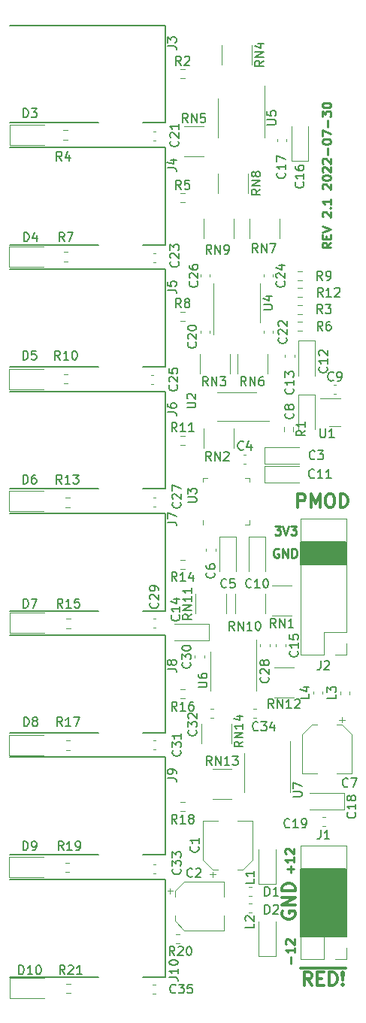
<source format=gbr>
%TF.GenerationSoftware,KiCad,Pcbnew,(6.0.6)*%
%TF.CreationDate,2022-08-14T16:56:23+02:00*%
%TF.ProjectId,eurorack-pmod-pcb,6575726f-7261-4636-9b2d-706d6f642d70,rev?*%
%TF.SameCoordinates,Original*%
%TF.FileFunction,Legend,Top*%
%TF.FilePolarity,Positive*%
%FSLAX46Y46*%
G04 Gerber Fmt 4.6, Leading zero omitted, Abs format (unit mm)*
G04 Created by KiCad (PCBNEW (6.0.6)) date 2022-08-14 16:56:23*
%MOMM*%
%LPD*%
G01*
G04 APERTURE LIST*
%ADD10C,0.150000*%
%ADD11C,0.250000*%
%ADD12C,0.375000*%
%ADD13C,0.120000*%
%ADD14C,0.200000*%
G04 APERTURE END LIST*
D10*
X13311223Y-58419999D02*
X18391223Y-58419999D01*
X18391223Y-58419999D02*
X18391223Y-60959999D01*
X18391223Y-60959999D02*
X13311223Y-60959999D01*
X13311223Y-60959999D02*
X13311223Y-58419999D01*
G36*
X13311223Y-58419999D02*
G01*
X18391223Y-58419999D01*
X18391223Y-60959999D01*
X13311223Y-60959999D01*
X13311223Y-58419999D01*
G37*
X13265000Y-95250000D02*
X18410000Y-95250000D01*
X18410000Y-95250000D02*
X18410000Y-102865000D01*
X18410000Y-102865000D02*
X13265000Y-102865000D01*
X13265000Y-102865000D02*
X13265000Y-95250000D01*
G36*
X13265000Y-95250000D02*
G01*
X18410000Y-95250000D01*
X18410000Y-102865000D01*
X13265000Y-102865000D01*
X13265000Y-95250000D01*
G37*
D11*
X12204175Y-105898129D02*
X12204175Y-105136224D01*
X12585127Y-104136224D02*
X12585127Y-104707653D01*
X12585127Y-104421938D02*
X11585127Y-104421938D01*
X11727985Y-104517176D01*
X11823223Y-104612415D01*
X11870842Y-104707653D01*
X11680366Y-103755272D02*
X11632747Y-103707653D01*
X11585127Y-103612415D01*
X11585127Y-103374319D01*
X11632747Y-103279081D01*
X11680366Y-103231462D01*
X11775604Y-103183843D01*
X11870842Y-103183843D01*
X12013699Y-103231462D01*
X12585127Y-103802891D01*
X12585127Y-103183843D01*
X16708380Y-24716428D02*
X16232190Y-25049761D01*
X16708380Y-25287857D02*
X15708380Y-25287857D01*
X15708380Y-24906904D01*
X15756000Y-24811666D01*
X15803619Y-24764047D01*
X15898857Y-24716428D01*
X16041714Y-24716428D01*
X16136952Y-24764047D01*
X16184571Y-24811666D01*
X16232190Y-24906904D01*
X16232190Y-25287857D01*
X16184571Y-24287857D02*
X16184571Y-23954523D01*
X16708380Y-23811666D02*
X16708380Y-24287857D01*
X15708380Y-24287857D01*
X15708380Y-23811666D01*
X15708380Y-23525952D02*
X16708380Y-23192619D01*
X15708380Y-22859285D01*
X15803619Y-21811666D02*
X15756000Y-21764047D01*
X15708380Y-21668809D01*
X15708380Y-21430714D01*
X15756000Y-21335476D01*
X15803619Y-21287857D01*
X15898857Y-21240238D01*
X15994095Y-21240238D01*
X16136952Y-21287857D01*
X16708380Y-21859285D01*
X16708380Y-21240238D01*
X16613142Y-20811666D02*
X16660761Y-20764047D01*
X16708380Y-20811666D01*
X16660761Y-20859285D01*
X16613142Y-20811666D01*
X16708380Y-20811666D01*
X16708380Y-19811666D02*
X16708380Y-20383095D01*
X16708380Y-20097380D02*
X15708380Y-20097380D01*
X15851238Y-20192619D01*
X15946476Y-20287857D01*
X15994095Y-20383095D01*
X15803619Y-18668809D02*
X15756000Y-18621190D01*
X15708380Y-18525952D01*
X15708380Y-18287857D01*
X15756000Y-18192619D01*
X15803619Y-18145000D01*
X15898857Y-18097380D01*
X15994095Y-18097380D01*
X16136952Y-18145000D01*
X16708380Y-18716428D01*
X16708380Y-18097380D01*
X15708380Y-17478333D02*
X15708380Y-17383095D01*
X15756000Y-17287857D01*
X15803619Y-17240238D01*
X15898857Y-17192619D01*
X16089333Y-17145000D01*
X16327428Y-17145000D01*
X16517904Y-17192619D01*
X16613142Y-17240238D01*
X16660761Y-17287857D01*
X16708380Y-17383095D01*
X16708380Y-17478333D01*
X16660761Y-17573571D01*
X16613142Y-17621190D01*
X16517904Y-17668809D01*
X16327428Y-17716428D01*
X16089333Y-17716428D01*
X15898857Y-17668809D01*
X15803619Y-17621190D01*
X15756000Y-17573571D01*
X15708380Y-17478333D01*
X15803619Y-16764047D02*
X15756000Y-16716428D01*
X15708380Y-16621190D01*
X15708380Y-16383095D01*
X15756000Y-16287857D01*
X15803619Y-16240238D01*
X15898857Y-16192619D01*
X15994095Y-16192619D01*
X16136952Y-16240238D01*
X16708380Y-16811666D01*
X16708380Y-16192619D01*
X15803619Y-15811666D02*
X15756000Y-15764047D01*
X15708380Y-15668809D01*
X15708380Y-15430714D01*
X15756000Y-15335476D01*
X15803619Y-15287857D01*
X15898857Y-15240238D01*
X15994095Y-15240238D01*
X16136952Y-15287857D01*
X16708380Y-15859285D01*
X16708380Y-15240238D01*
X16327428Y-14811666D02*
X16327428Y-14049761D01*
X15708380Y-13383095D02*
X15708380Y-13287857D01*
X15756000Y-13192619D01*
X15803619Y-13145000D01*
X15898857Y-13097380D01*
X16089333Y-13049761D01*
X16327428Y-13049761D01*
X16517904Y-13097380D01*
X16613142Y-13145000D01*
X16660761Y-13192619D01*
X16708380Y-13287857D01*
X16708380Y-13383095D01*
X16660761Y-13478333D01*
X16613142Y-13525952D01*
X16517904Y-13573571D01*
X16327428Y-13621190D01*
X16089333Y-13621190D01*
X15898857Y-13573571D01*
X15803619Y-13525952D01*
X15756000Y-13478333D01*
X15708380Y-13383095D01*
X15708380Y-12716428D02*
X15708380Y-12049761D01*
X16708380Y-12478333D01*
X16327428Y-11668809D02*
X16327428Y-10906904D01*
X15708380Y-10525952D02*
X15708380Y-9906904D01*
X16089333Y-10240238D01*
X16089333Y-10097380D01*
X16136952Y-10002142D01*
X16184571Y-9954523D01*
X16279809Y-9906904D01*
X16517904Y-9906904D01*
X16613142Y-9954523D01*
X16660761Y-10002142D01*
X16708380Y-10097380D01*
X16708380Y-10383095D01*
X16660761Y-10478333D01*
X16613142Y-10525952D01*
X15708380Y-9287857D02*
X15708380Y-9192619D01*
X15756000Y-9097380D01*
X15803619Y-9049761D01*
X15898857Y-9002142D01*
X16089333Y-8954523D01*
X16327428Y-8954523D01*
X16517904Y-9002142D01*
X16613142Y-9049761D01*
X16660761Y-9097380D01*
X16708380Y-9192619D01*
X16708380Y-9287857D01*
X16660761Y-9383095D01*
X16613142Y-9430714D01*
X16517904Y-9478333D01*
X16327428Y-9525952D01*
X16089333Y-9525952D01*
X15898857Y-9478333D01*
X15803619Y-9430714D01*
X15756000Y-9383095D01*
X15708380Y-9287857D01*
D12*
X11271787Y-100048684D02*
X11200358Y-100191541D01*
X11200358Y-100405827D01*
X11271787Y-100620112D01*
X11414644Y-100762969D01*
X11557501Y-100834398D01*
X11843215Y-100905827D01*
X12057501Y-100905827D01*
X12343215Y-100834398D01*
X12486072Y-100762969D01*
X12628929Y-100620112D01*
X12700358Y-100405827D01*
X12700358Y-100262969D01*
X12628929Y-100048684D01*
X12557501Y-99977255D01*
X12057501Y-99977255D01*
X12057501Y-100262969D01*
X12700358Y-99334398D02*
X11200358Y-99334398D01*
X12700358Y-98477255D01*
X11200358Y-98477255D01*
X12700358Y-97762969D02*
X11200358Y-97762969D01*
X11200358Y-97405827D01*
X11271787Y-97191541D01*
X11414644Y-97048684D01*
X11557501Y-96977255D01*
X11843215Y-96905827D01*
X12057501Y-96905827D01*
X12343215Y-96977255D01*
X12486072Y-97048684D01*
X12628929Y-97191541D01*
X12700358Y-97405827D01*
X12700358Y-97762969D01*
D11*
X10392293Y-56674450D02*
X11011341Y-56674450D01*
X10678008Y-57055403D01*
X10820865Y-57055403D01*
X10916103Y-57103022D01*
X10963722Y-57150641D01*
X11011341Y-57245879D01*
X11011341Y-57483974D01*
X10963722Y-57579212D01*
X10916103Y-57626831D01*
X10820865Y-57674450D01*
X10535150Y-57674450D01*
X10439912Y-57626831D01*
X10392293Y-57579212D01*
X11297055Y-56674450D02*
X11630389Y-57674450D01*
X11963722Y-56674450D01*
X12201817Y-56674450D02*
X12820865Y-56674450D01*
X12487531Y-57055403D01*
X12630389Y-57055403D01*
X12725627Y-57103022D01*
X12773246Y-57150641D01*
X12820865Y-57245879D01*
X12820865Y-57483974D01*
X12773246Y-57579212D01*
X12725627Y-57626831D01*
X12630389Y-57674450D01*
X12344674Y-57674450D01*
X12249436Y-57626831D01*
X12201817Y-57579212D01*
D12*
X13334285Y-106451000D02*
X14834285Y-106451000D01*
X14548571Y-108374571D02*
X14048571Y-107660285D01*
X13691428Y-108374571D02*
X13691428Y-106874571D01*
X14262857Y-106874571D01*
X14405714Y-106946000D01*
X14477142Y-107017428D01*
X14548571Y-107160285D01*
X14548571Y-107374571D01*
X14477142Y-107517428D01*
X14405714Y-107588857D01*
X14262857Y-107660285D01*
X13691428Y-107660285D01*
X14834285Y-106451000D02*
X16191428Y-106451000D01*
X15191428Y-107588857D02*
X15691428Y-107588857D01*
X15905714Y-108374571D02*
X15191428Y-108374571D01*
X15191428Y-106874571D01*
X15905714Y-106874571D01*
X16191428Y-106451000D02*
X17691428Y-106451000D01*
X16548571Y-108374571D02*
X16548571Y-106874571D01*
X16905714Y-106874571D01*
X17120000Y-106946000D01*
X17262857Y-107088857D01*
X17334285Y-107231714D01*
X17405714Y-107517428D01*
X17405714Y-107731714D01*
X17334285Y-108017428D01*
X17262857Y-108160285D01*
X17120000Y-108303142D01*
X16905714Y-108374571D01*
X16548571Y-108374571D01*
X17691428Y-106451000D02*
X18405714Y-106451000D01*
X18048571Y-108231714D02*
X18120000Y-108303142D01*
X18048571Y-108374571D01*
X17977142Y-108303142D01*
X18048571Y-108231714D01*
X18048571Y-108374571D01*
X18048571Y-107803142D02*
X17977142Y-106946000D01*
X18048571Y-106874571D01*
X18120000Y-106946000D01*
X18048571Y-107803142D01*
X18048571Y-106874571D01*
X12962285Y-54526571D02*
X12962285Y-53026571D01*
X13533714Y-53026571D01*
X13676571Y-53098000D01*
X13748000Y-53169428D01*
X13819428Y-53312285D01*
X13819428Y-53526571D01*
X13748000Y-53669428D01*
X13676571Y-53740857D01*
X13533714Y-53812285D01*
X12962285Y-53812285D01*
X14462285Y-54526571D02*
X14462285Y-53026571D01*
X14962285Y-54098000D01*
X15462285Y-53026571D01*
X15462285Y-54526571D01*
X16462285Y-53026571D02*
X16748000Y-53026571D01*
X16890857Y-53098000D01*
X17033714Y-53240857D01*
X17105142Y-53526571D01*
X17105142Y-54026571D01*
X17033714Y-54312285D01*
X16890857Y-54455142D01*
X16748000Y-54526571D01*
X16462285Y-54526571D01*
X16319428Y-54455142D01*
X16176571Y-54312285D01*
X16105142Y-54026571D01*
X16105142Y-53526571D01*
X16176571Y-53240857D01*
X16319428Y-53098000D01*
X16462285Y-53026571D01*
X17748000Y-54526571D02*
X17748000Y-53026571D01*
X18105142Y-53026571D01*
X18319428Y-53098000D01*
X18462285Y-53240857D01*
X18533714Y-53383714D01*
X18605142Y-53669428D01*
X18605142Y-53883714D01*
X18533714Y-54169428D01*
X18462285Y-54312285D01*
X18319428Y-54455142D01*
X18105142Y-54526571D01*
X17748000Y-54526571D01*
D11*
X12167189Y-95689793D02*
X12167189Y-94927888D01*
X12548141Y-95308840D02*
X11786237Y-95308840D01*
X12548141Y-93927888D02*
X12548141Y-94499317D01*
X12548141Y-94213602D02*
X11548141Y-94213602D01*
X11690999Y-94308840D01*
X11786237Y-94404079D01*
X11833856Y-94499317D01*
X11643380Y-93546936D02*
X11595761Y-93499317D01*
X11548141Y-93404079D01*
X11548141Y-93165983D01*
X11595761Y-93070745D01*
X11643380Y-93023126D01*
X11738618Y-92975507D01*
X11833856Y-92975507D01*
X11976713Y-93023126D01*
X12548141Y-93594555D01*
X12548141Y-92975507D01*
X10794510Y-59237168D02*
X10699272Y-59189548D01*
X10556415Y-59189548D01*
X10413557Y-59237168D01*
X10318319Y-59332406D01*
X10270700Y-59427644D01*
X10223081Y-59618120D01*
X10223081Y-59760977D01*
X10270700Y-59951453D01*
X10318319Y-60046691D01*
X10413557Y-60141929D01*
X10556415Y-60189548D01*
X10651653Y-60189548D01*
X10794510Y-60141929D01*
X10842129Y-60094310D01*
X10842129Y-59760977D01*
X10651653Y-59760977D01*
X11270700Y-60189548D02*
X11270700Y-59189548D01*
X11842129Y-60189548D01*
X11842129Y-59189548D01*
X12318319Y-60189548D02*
X12318319Y-59189548D01*
X12556415Y-59189548D01*
X12699272Y-59237168D01*
X12794510Y-59332406D01*
X12842129Y-59427644D01*
X12889748Y-59618120D01*
X12889748Y-59760977D01*
X12842129Y-59951453D01*
X12794510Y-60046691D01*
X12699272Y-60141929D01*
X12556415Y-60189548D01*
X12318319Y-60189548D01*
D10*
%TO.C,R5*%
X-166666Y-18707380D02*
X-500000Y-18231190D01*
X-738095Y-18707380D02*
X-738095Y-17707380D01*
X-357142Y-17707380D01*
X-261904Y-17755000D01*
X-214285Y-17802619D01*
X-166666Y-17897857D01*
X-166666Y-18040714D01*
X-214285Y-18135952D01*
X-261904Y-18183571D01*
X-357142Y-18231190D01*
X-738095Y-18231190D01*
X738095Y-17707380D02*
X261904Y-17707380D01*
X214285Y-18183571D01*
X261904Y-18135952D01*
X357142Y-18088333D01*
X595238Y-18088333D01*
X690476Y-18135952D01*
X738095Y-18183571D01*
X785714Y-18278809D01*
X785714Y-18516904D01*
X738095Y-18612142D01*
X690476Y-18659761D01*
X595238Y-18707380D01*
X357142Y-18707380D01*
X261904Y-18659761D01*
X214285Y-18612142D01*
%TO.C,C20*%
X1467142Y-35948857D02*
X1514761Y-35996476D01*
X1562380Y-36139333D01*
X1562380Y-36234571D01*
X1514761Y-36377428D01*
X1419523Y-36472666D01*
X1324285Y-36520285D01*
X1133809Y-36567904D01*
X990952Y-36567904D01*
X800476Y-36520285D01*
X705238Y-36472666D01*
X610000Y-36377428D01*
X562380Y-36234571D01*
X562380Y-36139333D01*
X610000Y-35996476D01*
X657619Y-35948857D01*
X657619Y-35567904D02*
X610000Y-35520285D01*
X562380Y-35425047D01*
X562380Y-35186952D01*
X610000Y-35091714D01*
X657619Y-35044095D01*
X752857Y-34996476D01*
X848095Y-34996476D01*
X990952Y-35044095D01*
X1562380Y-35615523D01*
X1562380Y-34996476D01*
X562380Y-34377428D02*
X562380Y-34282190D01*
X610000Y-34186952D01*
X657619Y-34139333D01*
X752857Y-34091714D01*
X943333Y-34044095D01*
X1181428Y-34044095D01*
X1371904Y-34091714D01*
X1467142Y-34139333D01*
X1514761Y-34186952D01*
X1562380Y-34282190D01*
X1562380Y-34377428D01*
X1514761Y-34472666D01*
X1467142Y-34520285D01*
X1371904Y-34567904D01*
X1181428Y-34615523D01*
X943333Y-34615523D01*
X752857Y-34567904D01*
X657619Y-34520285D01*
X610000Y-34472666D01*
X562380Y-34377428D01*
%TO.C,D8*%
X-17883095Y-79192380D02*
X-17883095Y-78192380D01*
X-17645000Y-78192380D01*
X-17502142Y-78240000D01*
X-17406904Y-78335238D01*
X-17359285Y-78430476D01*
X-17311666Y-78620952D01*
X-17311666Y-78763809D01*
X-17359285Y-78954285D01*
X-17406904Y-79049523D01*
X-17502142Y-79144761D01*
X-17645000Y-79192380D01*
X-17883095Y-79192380D01*
X-16740238Y-78620952D02*
X-16835476Y-78573333D01*
X-16883095Y-78525714D01*
X-16930714Y-78430476D01*
X-16930714Y-78382857D01*
X-16883095Y-78287619D01*
X-16835476Y-78240000D01*
X-16740238Y-78192380D01*
X-16549761Y-78192380D01*
X-16454523Y-78240000D01*
X-16406904Y-78287619D01*
X-16359285Y-78382857D01*
X-16359285Y-78430476D01*
X-16406904Y-78525714D01*
X-16454523Y-78573333D01*
X-16549761Y-78620952D01*
X-16740238Y-78620952D01*
X-16835476Y-78668571D01*
X-16883095Y-78716190D01*
X-16930714Y-78811428D01*
X-16930714Y-79001904D01*
X-16883095Y-79097142D01*
X-16835476Y-79144761D01*
X-16740238Y-79192380D01*
X-16549761Y-79192380D01*
X-16454523Y-79144761D01*
X-16406904Y-79097142D01*
X-16359285Y-79001904D01*
X-16359285Y-78811428D01*
X-16406904Y-78716190D01*
X-16454523Y-78668571D01*
X-16549761Y-78620952D01*
%TO.C,U7*%
X12427380Y-87121904D02*
X13236904Y-87121904D01*
X13332142Y-87074285D01*
X13379761Y-87026666D01*
X13427380Y-86931428D01*
X13427380Y-86740952D01*
X13379761Y-86645714D01*
X13332142Y-86598095D01*
X13236904Y-86550476D01*
X12427380Y-86550476D01*
X12427380Y-86169523D02*
X12427380Y-85502857D01*
X13427380Y-85931428D01*
%TO.C,R14*%
X-642857Y-62842380D02*
X-976190Y-62366190D01*
X-1214285Y-62842380D02*
X-1214285Y-61842380D01*
X-833333Y-61842380D01*
X-738095Y-61890000D01*
X-690476Y-61937619D01*
X-642857Y-62032857D01*
X-642857Y-62175714D01*
X-690476Y-62270952D01*
X-738095Y-62318571D01*
X-833333Y-62366190D01*
X-1214285Y-62366190D01*
X309523Y-62842380D02*
X-261904Y-62842380D01*
X23809Y-62842380D02*
X23809Y-61842380D01*
X-71428Y-61985238D01*
X-166666Y-62080476D01*
X-261904Y-62128095D01*
X1166666Y-62175714D02*
X1166666Y-62842380D01*
X928571Y-61794761D02*
X690476Y-62509047D01*
X1309523Y-62509047D01*
%TO.C,R9*%
X15751248Y-28936195D02*
X15417915Y-28460005D01*
X15179819Y-28936195D02*
X15179819Y-27936195D01*
X15560772Y-27936195D01*
X15656010Y-27983815D01*
X15703629Y-28031434D01*
X15751248Y-28126672D01*
X15751248Y-28269529D01*
X15703629Y-28364767D01*
X15656010Y-28412386D01*
X15560772Y-28460005D01*
X15179819Y-28460005D01*
X16227438Y-28936195D02*
X16417915Y-28936195D01*
X16513153Y-28888576D01*
X16560772Y-28840957D01*
X16656010Y-28698100D01*
X16703629Y-28507624D01*
X16703629Y-28126672D01*
X16656010Y-28031434D01*
X16608391Y-27983815D01*
X16513153Y-27936195D01*
X16322676Y-27936195D01*
X16227438Y-27983815D01*
X16179819Y-28031434D01*
X16132200Y-28126672D01*
X16132200Y-28364767D01*
X16179819Y-28460005D01*
X16227438Y-28507624D01*
X16322676Y-28555243D01*
X16513153Y-28555243D01*
X16608391Y-28507624D01*
X16656010Y-28460005D01*
X16703629Y-28364767D01*
%TO.C,C4*%
X6837668Y-47990629D02*
X6790049Y-48038248D01*
X6647192Y-48085867D01*
X6551954Y-48085867D01*
X6409096Y-48038248D01*
X6313858Y-47943010D01*
X6266239Y-47847772D01*
X6218620Y-47657296D01*
X6218620Y-47514439D01*
X6266239Y-47323963D01*
X6313858Y-47228725D01*
X6409096Y-47133487D01*
X6551954Y-47085867D01*
X6647192Y-47085867D01*
X6790049Y-47133487D01*
X6837668Y-47181106D01*
X7694811Y-47419201D02*
X7694811Y-48085867D01*
X7456715Y-47038248D02*
X7218620Y-47752534D01*
X7837668Y-47752534D01*
%TO.C,C15*%
X12930142Y-70746857D02*
X12977761Y-70794476D01*
X13025380Y-70937333D01*
X13025380Y-71032571D01*
X12977761Y-71175428D01*
X12882523Y-71270666D01*
X12787285Y-71318285D01*
X12596809Y-71365904D01*
X12453952Y-71365904D01*
X12263476Y-71318285D01*
X12168238Y-71270666D01*
X12073000Y-71175428D01*
X12025380Y-71032571D01*
X12025380Y-70937333D01*
X12073000Y-70794476D01*
X12120619Y-70746857D01*
X13025380Y-69794476D02*
X13025380Y-70365904D01*
X13025380Y-70080190D02*
X12025380Y-70080190D01*
X12168238Y-70175428D01*
X12263476Y-70270666D01*
X12311095Y-70365904D01*
X12025380Y-68889714D02*
X12025380Y-69365904D01*
X12501571Y-69413523D01*
X12453952Y-69365904D01*
X12406333Y-69270666D01*
X12406333Y-69032571D01*
X12453952Y-68937333D01*
X12501571Y-68889714D01*
X12596809Y-68842095D01*
X12834904Y-68842095D01*
X12930142Y-68889714D01*
X12977761Y-68937333D01*
X13025380Y-69032571D01*
X13025380Y-69270666D01*
X12977761Y-69365904D01*
X12930142Y-69413523D01*
%TO.C,R4*%
X-13611924Y-15489180D02*
X-13945258Y-15012990D01*
X-14183353Y-15489180D02*
X-14183353Y-14489180D01*
X-13802400Y-14489180D01*
X-13707162Y-14536800D01*
X-13659543Y-14584419D01*
X-13611924Y-14679657D01*
X-13611924Y-14822514D01*
X-13659543Y-14917752D01*
X-13707162Y-14965371D01*
X-13802400Y-15012990D01*
X-14183353Y-15012990D01*
X-12754781Y-14822514D02*
X-12754781Y-15489180D01*
X-12992877Y-14441561D02*
X-13230972Y-15155847D01*
X-12611924Y-15155847D01*
%TO.C,R15*%
X-13520657Y-65857380D02*
X-13853990Y-65381190D01*
X-14092085Y-65857380D02*
X-14092085Y-64857380D01*
X-13711133Y-64857380D01*
X-13615895Y-64905000D01*
X-13568276Y-64952619D01*
X-13520657Y-65047857D01*
X-13520657Y-65190714D01*
X-13568276Y-65285952D01*
X-13615895Y-65333571D01*
X-13711133Y-65381190D01*
X-14092085Y-65381190D01*
X-12568276Y-65857380D02*
X-13139704Y-65857380D01*
X-12853990Y-65857380D02*
X-12853990Y-64857380D01*
X-12949228Y-65000238D01*
X-13044466Y-65095476D01*
X-13139704Y-65143095D01*
X-11663514Y-64857380D02*
X-12139704Y-64857380D01*
X-12187323Y-65333571D01*
X-12139704Y-65285952D01*
X-12044466Y-65238333D01*
X-11806371Y-65238333D01*
X-11711133Y-65285952D01*
X-11663514Y-65333571D01*
X-11615895Y-65428809D01*
X-11615895Y-65666904D01*
X-11663514Y-65762142D01*
X-11711133Y-65809761D01*
X-11806371Y-65857380D01*
X-12044466Y-65857380D01*
X-12139704Y-65809761D01*
X-12187323Y-65762142D01*
%TO.C,D5*%
X-17984695Y-37917380D02*
X-17984695Y-36917380D01*
X-17746600Y-36917380D01*
X-17603742Y-36965000D01*
X-17508504Y-37060238D01*
X-17460885Y-37155476D01*
X-17413266Y-37345952D01*
X-17413266Y-37488809D01*
X-17460885Y-37679285D01*
X-17508504Y-37774523D01*
X-17603742Y-37869761D01*
X-17746600Y-37917380D01*
X-17984695Y-37917380D01*
X-16508504Y-36917380D02*
X-16984695Y-36917380D01*
X-17032314Y-37393571D01*
X-16984695Y-37345952D01*
X-16889457Y-37298333D01*
X-16651361Y-37298333D01*
X-16556123Y-37345952D01*
X-16508504Y-37393571D01*
X-16460885Y-37488809D01*
X-16460885Y-37726904D01*
X-16508504Y-37822142D01*
X-16556123Y-37869761D01*
X-16651361Y-37917380D01*
X-16889457Y-37917380D01*
X-16984695Y-37869761D01*
X-17032314Y-37822142D01*
%TO.C,C23*%
X-513313Y-26841237D02*
X-465694Y-26888856D01*
X-418075Y-27031713D01*
X-418075Y-27126951D01*
X-465694Y-27269808D01*
X-560932Y-27365046D01*
X-656170Y-27412665D01*
X-846646Y-27460284D01*
X-989503Y-27460284D01*
X-1179979Y-27412665D01*
X-1275217Y-27365046D01*
X-1370456Y-27269808D01*
X-1418075Y-27126951D01*
X-1418075Y-27031713D01*
X-1370456Y-26888856D01*
X-1322836Y-26841237D01*
X-1322836Y-26460284D02*
X-1370456Y-26412665D01*
X-1418075Y-26317427D01*
X-1418075Y-26079332D01*
X-1370456Y-25984094D01*
X-1322836Y-25936475D01*
X-1227598Y-25888856D01*
X-1132360Y-25888856D01*
X-989503Y-25936475D01*
X-418075Y-26507903D01*
X-418075Y-25888856D01*
X-1418075Y-25555522D02*
X-1418075Y-24936475D01*
X-1037122Y-25269808D01*
X-1037122Y-25126951D01*
X-989503Y-25031713D01*
X-941884Y-24984094D01*
X-846646Y-24936475D01*
X-608551Y-24936475D01*
X-513313Y-24984094D01*
X-465694Y-25031713D01*
X-418075Y-25126951D01*
X-418075Y-25412665D01*
X-465694Y-25507903D01*
X-513313Y-25555522D01*
%TO.C,D2*%
X9269504Y-100325180D02*
X9269504Y-99325180D01*
X9507600Y-99325180D01*
X9650457Y-99372800D01*
X9745695Y-99468038D01*
X9793314Y-99563276D01*
X9840933Y-99753752D01*
X9840933Y-99896609D01*
X9793314Y-100087085D01*
X9745695Y-100182323D01*
X9650457Y-100277561D01*
X9507600Y-100325180D01*
X9269504Y-100325180D01*
X10221885Y-99420419D02*
X10269504Y-99372800D01*
X10364742Y-99325180D01*
X10602838Y-99325180D01*
X10698076Y-99372800D01*
X10745695Y-99420419D01*
X10793314Y-99515657D01*
X10793314Y-99610895D01*
X10745695Y-99753752D01*
X10174266Y-100325180D01*
X10793314Y-100325180D01*
%TO.C,R6*%
X15771333Y-34615380D02*
X15438000Y-34139190D01*
X15199904Y-34615380D02*
X15199904Y-33615380D01*
X15580857Y-33615380D01*
X15676095Y-33663000D01*
X15723714Y-33710619D01*
X15771333Y-33805857D01*
X15771333Y-33948714D01*
X15723714Y-34043952D01*
X15676095Y-34091571D01*
X15580857Y-34139190D01*
X15199904Y-34139190D01*
X16628476Y-33615380D02*
X16438000Y-33615380D01*
X16342761Y-33663000D01*
X16295142Y-33710619D01*
X16199904Y-33853476D01*
X16152285Y-34043952D01*
X16152285Y-34424904D01*
X16199904Y-34520142D01*
X16247523Y-34567761D01*
X16342761Y-34615380D01*
X16533238Y-34615380D01*
X16628476Y-34567761D01*
X16676095Y-34520142D01*
X16723714Y-34424904D01*
X16723714Y-34186809D01*
X16676095Y-34091571D01*
X16628476Y-34043952D01*
X16533238Y-33996333D01*
X16342761Y-33996333D01*
X16247523Y-34043952D01*
X16199904Y-34091571D01*
X16152285Y-34186809D01*
%TO.C,C11*%
X14829542Y-51157142D02*
X14781923Y-51204761D01*
X14639066Y-51252380D01*
X14543828Y-51252380D01*
X14400971Y-51204761D01*
X14305733Y-51109523D01*
X14258114Y-51014285D01*
X14210495Y-50823809D01*
X14210495Y-50680952D01*
X14258114Y-50490476D01*
X14305733Y-50395238D01*
X14400971Y-50300000D01*
X14543828Y-50252380D01*
X14639066Y-50252380D01*
X14781923Y-50300000D01*
X14829542Y-50347619D01*
X15781923Y-51252380D02*
X15210495Y-51252380D01*
X15496209Y-51252380D02*
X15496209Y-50252380D01*
X15400971Y-50395238D01*
X15305733Y-50490476D01*
X15210495Y-50538095D01*
X16734304Y-51252380D02*
X16162876Y-51252380D01*
X16448590Y-51252380D02*
X16448590Y-50252380D01*
X16353352Y-50395238D01*
X16258114Y-50490476D01*
X16162876Y-50538095D01*
%TO.C,D7*%
X-17959295Y-65857380D02*
X-17959295Y-64857380D01*
X-17721200Y-64857380D01*
X-17578342Y-64905000D01*
X-17483104Y-65000238D01*
X-17435485Y-65095476D01*
X-17387866Y-65285952D01*
X-17387866Y-65428809D01*
X-17435485Y-65619285D01*
X-17483104Y-65714523D01*
X-17578342Y-65809761D01*
X-17721200Y-65857380D01*
X-17959295Y-65857380D01*
X-17054533Y-64857380D02*
X-16387866Y-64857380D01*
X-16816438Y-65857380D01*
%TO.C,C31*%
X-277857Y-81922857D02*
X-230238Y-81970476D01*
X-182619Y-82113333D01*
X-182619Y-82208571D01*
X-230238Y-82351428D01*
X-325476Y-82446666D01*
X-420714Y-82494285D01*
X-611190Y-82541904D01*
X-754047Y-82541904D01*
X-944523Y-82494285D01*
X-1039761Y-82446666D01*
X-1135000Y-82351428D01*
X-1182619Y-82208571D01*
X-1182619Y-82113333D01*
X-1135000Y-81970476D01*
X-1087380Y-81922857D01*
X-1182619Y-81589523D02*
X-1182619Y-80970476D01*
X-801666Y-81303809D01*
X-801666Y-81160952D01*
X-754047Y-81065714D01*
X-706428Y-81018095D01*
X-611190Y-80970476D01*
X-373095Y-80970476D01*
X-277857Y-81018095D01*
X-230238Y-81065714D01*
X-182619Y-81160952D01*
X-182619Y-81446666D01*
X-230238Y-81541904D01*
X-277857Y-81589523D01*
X-182619Y-80018095D02*
X-182619Y-80589523D01*
X-182619Y-80303809D02*
X-1182619Y-80303809D01*
X-1039761Y-80399047D01*
X-944523Y-80494285D01*
X-896904Y-80589523D01*
%TO.C,C34*%
X8501142Y-79605142D02*
X8453523Y-79652761D01*
X8310666Y-79700380D01*
X8215428Y-79700380D01*
X8072571Y-79652761D01*
X7977333Y-79557523D01*
X7929714Y-79462285D01*
X7882095Y-79271809D01*
X7882095Y-79128952D01*
X7929714Y-78938476D01*
X7977333Y-78843238D01*
X8072571Y-78748000D01*
X8215428Y-78700380D01*
X8310666Y-78700380D01*
X8453523Y-78748000D01*
X8501142Y-78795619D01*
X8834476Y-78700380D02*
X9453523Y-78700380D01*
X9120190Y-79081333D01*
X9263047Y-79081333D01*
X9358285Y-79128952D01*
X9405904Y-79176571D01*
X9453523Y-79271809D01*
X9453523Y-79509904D01*
X9405904Y-79605142D01*
X9358285Y-79652761D01*
X9263047Y-79700380D01*
X8977333Y-79700380D01*
X8882095Y-79652761D01*
X8834476Y-79605142D01*
X10310666Y-79033714D02*
X10310666Y-79700380D01*
X10072571Y-78652761D02*
X9834476Y-79367047D01*
X10453523Y-79367047D01*
%TO.C,C22*%
X11660142Y-35440857D02*
X11707761Y-35488476D01*
X11755380Y-35631333D01*
X11755380Y-35726571D01*
X11707761Y-35869428D01*
X11612523Y-35964666D01*
X11517285Y-36012285D01*
X11326809Y-36059904D01*
X11183952Y-36059904D01*
X10993476Y-36012285D01*
X10898238Y-35964666D01*
X10803000Y-35869428D01*
X10755380Y-35726571D01*
X10755380Y-35631333D01*
X10803000Y-35488476D01*
X10850619Y-35440857D01*
X10850619Y-35059904D02*
X10803000Y-35012285D01*
X10755380Y-34917047D01*
X10755380Y-34678952D01*
X10803000Y-34583714D01*
X10850619Y-34536095D01*
X10945857Y-34488476D01*
X11041095Y-34488476D01*
X11183952Y-34536095D01*
X11755380Y-35107523D01*
X11755380Y-34488476D01*
X10850619Y-34107523D02*
X10803000Y-34059904D01*
X10755380Y-33964666D01*
X10755380Y-33726571D01*
X10803000Y-33631333D01*
X10850619Y-33583714D01*
X10945857Y-33536095D01*
X11041095Y-33536095D01*
X11183952Y-33583714D01*
X11755380Y-34155142D01*
X11755380Y-33536095D01*
%TO.C,RN14*%
X6802380Y-80922666D02*
X6326190Y-81256000D01*
X6802380Y-81494095D02*
X5802380Y-81494095D01*
X5802380Y-81113142D01*
X5850000Y-81017904D01*
X5897619Y-80970285D01*
X5992857Y-80922666D01*
X6135714Y-80922666D01*
X6230952Y-80970285D01*
X6278571Y-81017904D01*
X6326190Y-81113142D01*
X6326190Y-81494095D01*
X6802380Y-80494095D02*
X5802380Y-80494095D01*
X6802380Y-79922666D01*
X5802380Y-79922666D01*
X6802380Y-78922666D02*
X6802380Y-79494095D01*
X6802380Y-79208380D02*
X5802380Y-79208380D01*
X5945238Y-79303619D01*
X6040476Y-79398857D01*
X6088095Y-79494095D01*
X6135714Y-78065523D02*
X6802380Y-78065523D01*
X5754761Y-78303619D02*
X6469047Y-78541714D01*
X6469047Y-77922666D01*
%TO.C,D6*%
X-17984695Y-51887380D02*
X-17984695Y-50887380D01*
X-17746600Y-50887380D01*
X-17603742Y-50935000D01*
X-17508504Y-51030238D01*
X-17460885Y-51125476D01*
X-17413266Y-51315952D01*
X-17413266Y-51458809D01*
X-17460885Y-51649285D01*
X-17508504Y-51744523D01*
X-17603742Y-51839761D01*
X-17746600Y-51887380D01*
X-17984695Y-51887380D01*
X-16556123Y-50887380D02*
X-16746600Y-50887380D01*
X-16841838Y-50935000D01*
X-16889457Y-50982619D01*
X-16984695Y-51125476D01*
X-17032314Y-51315952D01*
X-17032314Y-51696904D01*
X-16984695Y-51792142D01*
X-16937076Y-51839761D01*
X-16841838Y-51887380D01*
X-16651361Y-51887380D01*
X-16556123Y-51839761D01*
X-16508504Y-51792142D01*
X-16460885Y-51696904D01*
X-16460885Y-51458809D01*
X-16508504Y-51363571D01*
X-16556123Y-51315952D01*
X-16651361Y-51268333D01*
X-16841838Y-51268333D01*
X-16937076Y-51315952D01*
X-16984695Y-51363571D01*
X-17032314Y-51458809D01*
%TO.C,R18*%
X-642857Y-90147380D02*
X-976190Y-89671190D01*
X-1214285Y-90147380D02*
X-1214285Y-89147380D01*
X-833333Y-89147380D01*
X-738095Y-89195000D01*
X-690476Y-89242619D01*
X-642857Y-89337857D01*
X-642857Y-89480714D01*
X-690476Y-89575952D01*
X-738095Y-89623571D01*
X-833333Y-89671190D01*
X-1214285Y-89671190D01*
X309523Y-90147380D02*
X-261904Y-90147380D01*
X23809Y-90147380D02*
X23809Y-89147380D01*
X-71428Y-89290238D01*
X-166666Y-89385476D01*
X-261904Y-89433095D01*
X880952Y-89575952D02*
X785714Y-89528333D01*
X738095Y-89480714D01*
X690476Y-89385476D01*
X690476Y-89337857D01*
X738095Y-89242619D01*
X785714Y-89195000D01*
X880952Y-89147380D01*
X1071428Y-89147380D01*
X1166666Y-89195000D01*
X1214285Y-89242619D01*
X1261904Y-89337857D01*
X1261904Y-89385476D01*
X1214285Y-89480714D01*
X1166666Y-89528333D01*
X1071428Y-89575952D01*
X880952Y-89575952D01*
X785714Y-89623571D01*
X738095Y-89671190D01*
X690476Y-89766428D01*
X690476Y-89956904D01*
X738095Y-90052142D01*
X785714Y-90099761D01*
X880952Y-90147380D01*
X1071428Y-90147380D01*
X1166666Y-90099761D01*
X1214285Y-90052142D01*
X1261904Y-89956904D01*
X1261904Y-89766428D01*
X1214285Y-89671190D01*
X1166666Y-89623571D01*
X1071428Y-89575952D01*
%TO.C,C9*%
X16983333Y-40202142D02*
X16935714Y-40249761D01*
X16792857Y-40297380D01*
X16697619Y-40297380D01*
X16554761Y-40249761D01*
X16459523Y-40154523D01*
X16411904Y-40059285D01*
X16364285Y-39868809D01*
X16364285Y-39725952D01*
X16411904Y-39535476D01*
X16459523Y-39440238D01*
X16554761Y-39345000D01*
X16697619Y-39297380D01*
X16792857Y-39297380D01*
X16935714Y-39345000D01*
X16983333Y-39392619D01*
X17459523Y-40297380D02*
X17650000Y-40297380D01*
X17745238Y-40249761D01*
X17792857Y-40202142D01*
X17888095Y-40059285D01*
X17935714Y-39868809D01*
X17935714Y-39487857D01*
X17888095Y-39392619D01*
X17840476Y-39345000D01*
X17745238Y-39297380D01*
X17554761Y-39297380D01*
X17459523Y-39345000D01*
X17411904Y-39392619D01*
X17364285Y-39487857D01*
X17364285Y-39725952D01*
X17411904Y-39821190D01*
X17459523Y-39868809D01*
X17554761Y-39916428D01*
X17745238Y-39916428D01*
X17840476Y-39868809D01*
X17888095Y-39821190D01*
X17935714Y-39725952D01*
%TO.C,C25*%
X-658857Y-40774857D02*
X-611238Y-40822476D01*
X-563619Y-40965333D01*
X-563619Y-41060571D01*
X-611238Y-41203428D01*
X-706476Y-41298666D01*
X-801714Y-41346285D01*
X-992190Y-41393904D01*
X-1135047Y-41393904D01*
X-1325523Y-41346285D01*
X-1420761Y-41298666D01*
X-1516000Y-41203428D01*
X-1563619Y-41060571D01*
X-1563619Y-40965333D01*
X-1516000Y-40822476D01*
X-1468380Y-40774857D01*
X-1468380Y-40393904D02*
X-1516000Y-40346285D01*
X-1563619Y-40251047D01*
X-1563619Y-40012952D01*
X-1516000Y-39917714D01*
X-1468380Y-39870095D01*
X-1373142Y-39822476D01*
X-1277904Y-39822476D01*
X-1135047Y-39870095D01*
X-563619Y-40441523D01*
X-563619Y-39822476D01*
X-1563619Y-38917714D02*
X-1563619Y-39393904D01*
X-1087428Y-39441523D01*
X-1135047Y-39393904D01*
X-1182666Y-39298666D01*
X-1182666Y-39060571D01*
X-1135047Y-38965333D01*
X-1087428Y-38917714D01*
X-992190Y-38870095D01*
X-754095Y-38870095D01*
X-658857Y-38917714D01*
X-611238Y-38965333D01*
X-563619Y-39060571D01*
X-563619Y-39298666D01*
X-611238Y-39393904D01*
X-658857Y-39441523D01*
%TO.C,U3*%
X567380Y-53966904D02*
X1376904Y-53966904D01*
X1472142Y-53919285D01*
X1519761Y-53871666D01*
X1567380Y-53776428D01*
X1567380Y-53585952D01*
X1519761Y-53490714D01*
X1472142Y-53443095D01*
X1376904Y-53395476D01*
X567380Y-53395476D01*
X567380Y-53014523D02*
X567380Y-52395476D01*
X948333Y-52728809D01*
X948333Y-52585952D01*
X995952Y-52490714D01*
X1043571Y-52443095D01*
X1138809Y-52395476D01*
X1376904Y-52395476D01*
X1472142Y-52443095D01*
X1519761Y-52490714D01*
X1567380Y-52585952D01*
X1567380Y-52871666D01*
X1519761Y-52966904D01*
X1472142Y-53014523D01*
%TO.C,C17*%
X11501142Y-16848057D02*
X11548761Y-16895676D01*
X11596380Y-17038533D01*
X11596380Y-17133771D01*
X11548761Y-17276628D01*
X11453523Y-17371866D01*
X11358285Y-17419485D01*
X11167809Y-17467104D01*
X11024952Y-17467104D01*
X10834476Y-17419485D01*
X10739238Y-17371866D01*
X10644000Y-17276628D01*
X10596380Y-17133771D01*
X10596380Y-17038533D01*
X10644000Y-16895676D01*
X10691619Y-16848057D01*
X11596380Y-15895676D02*
X11596380Y-16467104D01*
X11596380Y-16181390D02*
X10596380Y-16181390D01*
X10739238Y-16276628D01*
X10834476Y-16371866D01*
X10882095Y-16467104D01*
X10596380Y-15562342D02*
X10596380Y-14895676D01*
X11596380Y-15324247D01*
%TO.C,L3*%
X17290528Y-75601480D02*
X17290528Y-76077671D01*
X16290528Y-76077671D01*
X16290528Y-75363385D02*
X16290528Y-74744337D01*
X16671481Y-75077671D01*
X16671481Y-74934814D01*
X16719100Y-74839575D01*
X16766719Y-74791956D01*
X16861957Y-74744337D01*
X17100052Y-74744337D01*
X17195290Y-74791956D01*
X17242909Y-74839575D01*
X17290528Y-74934814D01*
X17290528Y-75220528D01*
X17242909Y-75315766D01*
X17195290Y-75363385D01*
%TO.C,J6*%
X-1717619Y-43798109D02*
X-1003333Y-43798109D01*
X-860476Y-43845728D01*
X-765238Y-43940966D01*
X-717619Y-44083823D01*
X-717619Y-44179061D01*
X-1717619Y-42893347D02*
X-1717619Y-43083823D01*
X-1670000Y-43179061D01*
X-1622380Y-43226680D01*
X-1479523Y-43321918D01*
X-1289047Y-43369537D01*
X-908095Y-43369537D01*
X-812857Y-43321918D01*
X-765238Y-43274299D01*
X-717619Y-43179061D01*
X-717619Y-42988585D01*
X-765238Y-42893347D01*
X-812857Y-42845728D01*
X-908095Y-42798109D01*
X-1146190Y-42798109D01*
X-1241428Y-42845728D01*
X-1289047Y-42893347D01*
X-1336666Y-42988585D01*
X-1336666Y-43179061D01*
X-1289047Y-43274299D01*
X-1241428Y-43321918D01*
X-1146190Y-43369537D01*
%TO.C,C33*%
X-277857Y-95257857D02*
X-230238Y-95305476D01*
X-182619Y-95448333D01*
X-182619Y-95543571D01*
X-230238Y-95686428D01*
X-325476Y-95781666D01*
X-420714Y-95829285D01*
X-611190Y-95876904D01*
X-754047Y-95876904D01*
X-944523Y-95829285D01*
X-1039761Y-95781666D01*
X-1135000Y-95686428D01*
X-1182619Y-95543571D01*
X-1182619Y-95448333D01*
X-1135000Y-95305476D01*
X-1087380Y-95257857D01*
X-1182619Y-94924523D02*
X-1182619Y-94305476D01*
X-801666Y-94638809D01*
X-801666Y-94495952D01*
X-754047Y-94400714D01*
X-706428Y-94353095D01*
X-611190Y-94305476D01*
X-373095Y-94305476D01*
X-277857Y-94353095D01*
X-230238Y-94400714D01*
X-182619Y-94495952D01*
X-182619Y-94781666D01*
X-230238Y-94876904D01*
X-277857Y-94924523D01*
X-1182619Y-93972142D02*
X-1182619Y-93353095D01*
X-801666Y-93686428D01*
X-801666Y-93543571D01*
X-754047Y-93448333D01*
X-706428Y-93400714D01*
X-611190Y-93353095D01*
X-373095Y-93353095D01*
X-277857Y-93400714D01*
X-230238Y-93448333D01*
X-182619Y-93543571D01*
X-182619Y-93829285D01*
X-230238Y-93924523D01*
X-277857Y-93972142D01*
%TO.C,RN11*%
X1027380Y-66571666D02*
X551190Y-66905000D01*
X1027380Y-67143095D02*
X27380Y-67143095D01*
X27380Y-66762142D01*
X74999Y-66666904D01*
X122619Y-66619285D01*
X217857Y-66571666D01*
X360714Y-66571666D01*
X455952Y-66619285D01*
X503571Y-66666904D01*
X551190Y-66762142D01*
X551190Y-67143095D01*
X1027380Y-66143095D02*
X27380Y-66143095D01*
X1027380Y-65571666D01*
X27380Y-65571666D01*
X1027380Y-64571666D02*
X1027380Y-65143095D01*
X1027380Y-64857380D02*
X27380Y-64857380D01*
X170238Y-64952619D01*
X265476Y-65047857D01*
X313095Y-65143095D01*
X1027380Y-63619285D02*
X1027380Y-64190714D01*
X1027380Y-63905000D02*
X27380Y-63905000D01*
X170238Y-64000238D01*
X265476Y-64095476D01*
X313095Y-64190714D01*
%TO.C,L4*%
X14262380Y-75579166D02*
X14262380Y-76055357D01*
X13262380Y-76055357D01*
X13595714Y-74817261D02*
X14262380Y-74817261D01*
X13214761Y-75055357D02*
X13929047Y-75293452D01*
X13929047Y-74674404D01*
%TO.C,C1*%
X1737142Y-92749666D02*
X1784761Y-92797285D01*
X1832380Y-92940142D01*
X1832380Y-93035380D01*
X1784761Y-93178238D01*
X1689523Y-93273476D01*
X1594285Y-93321095D01*
X1403809Y-93368714D01*
X1260952Y-93368714D01*
X1070476Y-93321095D01*
X975238Y-93273476D01*
X880000Y-93178238D01*
X832380Y-93035380D01*
X832380Y-92940142D01*
X880000Y-92797285D01*
X927619Y-92749666D01*
X1832380Y-91797285D02*
X1832380Y-92368714D01*
X1832380Y-92083000D02*
X832380Y-92083000D01*
X975238Y-92178238D01*
X1070476Y-92273476D01*
X1118095Y-92368714D01*
%TO.C,RN2*%
X3209973Y-49274707D02*
X2876640Y-48798517D01*
X2638545Y-49274707D02*
X2638545Y-48274707D01*
X3019497Y-48274707D01*
X3114735Y-48322327D01*
X3162354Y-48369946D01*
X3209973Y-48465184D01*
X3209973Y-48608041D01*
X3162354Y-48703279D01*
X3114735Y-48750898D01*
X3019497Y-48798517D01*
X2638545Y-48798517D01*
X3638545Y-49274707D02*
X3638545Y-48274707D01*
X4209973Y-49274707D01*
X4209973Y-48274707D01*
X4638545Y-48369946D02*
X4686164Y-48322327D01*
X4781402Y-48274707D01*
X5019497Y-48274707D01*
X5114735Y-48322327D01*
X5162354Y-48369946D01*
X5209973Y-48465184D01*
X5209973Y-48560422D01*
X5162354Y-48703279D01*
X4590926Y-49274707D01*
X5209973Y-49274707D01*
%TO.C,RN13*%
X3278333Y-83577380D02*
X2945000Y-83101190D01*
X2706904Y-83577380D02*
X2706904Y-82577380D01*
X3087857Y-82577380D01*
X3183095Y-82625000D01*
X3230714Y-82672619D01*
X3278333Y-82767857D01*
X3278333Y-82910714D01*
X3230714Y-83005952D01*
X3183095Y-83053571D01*
X3087857Y-83101190D01*
X2706904Y-83101190D01*
X3706904Y-83577380D02*
X3706904Y-82577380D01*
X4278333Y-83577380D01*
X4278333Y-82577380D01*
X5278333Y-83577380D02*
X4706904Y-83577380D01*
X4992619Y-83577380D02*
X4992619Y-82577380D01*
X4897380Y-82720238D01*
X4802142Y-82815476D01*
X4706904Y-82863095D01*
X5611666Y-82577380D02*
X6230714Y-82577380D01*
X5897380Y-82958333D01*
X6040238Y-82958333D01*
X6135476Y-83005952D01*
X6183095Y-83053571D01*
X6230714Y-83148809D01*
X6230714Y-83386904D01*
X6183095Y-83482142D01*
X6135476Y-83529761D01*
X6040238Y-83577380D01*
X5754523Y-83577380D01*
X5659285Y-83529761D01*
X5611666Y-83482142D01*
%TO.C,RN12*%
X10263333Y-77160380D02*
X9930000Y-76684190D01*
X9691904Y-77160380D02*
X9691904Y-76160380D01*
X10072857Y-76160380D01*
X10168095Y-76208000D01*
X10215714Y-76255619D01*
X10263333Y-76350857D01*
X10263333Y-76493714D01*
X10215714Y-76588952D01*
X10168095Y-76636571D01*
X10072857Y-76684190D01*
X9691904Y-76684190D01*
X10691904Y-77160380D02*
X10691904Y-76160380D01*
X11263333Y-77160380D01*
X11263333Y-76160380D01*
X12263333Y-77160380D02*
X11691904Y-77160380D01*
X11977619Y-77160380D02*
X11977619Y-76160380D01*
X11882380Y-76303238D01*
X11787142Y-76398476D01*
X11691904Y-76446095D01*
X12644285Y-76255619D02*
X12691904Y-76208000D01*
X12787142Y-76160380D01*
X13025238Y-76160380D01*
X13120476Y-76208000D01*
X13168095Y-76255619D01*
X13215714Y-76350857D01*
X13215714Y-76446095D01*
X13168095Y-76588952D01*
X12596666Y-77160380D01*
X13215714Y-77160380D01*
%TO.C,J1*%
X15541666Y-90892380D02*
X15541666Y-91606666D01*
X15494047Y-91749523D01*
X15398809Y-91844761D01*
X15255952Y-91892380D01*
X15160714Y-91892380D01*
X16541666Y-91892380D02*
X15970238Y-91892380D01*
X16255952Y-91892380D02*
X16255952Y-90892380D01*
X16160714Y-91035238D01*
X16065476Y-91130476D01*
X15970238Y-91178095D01*
%TO.C,RN7*%
X8453523Y-25852380D02*
X8120190Y-25376190D01*
X7882095Y-25852380D02*
X7882095Y-24852380D01*
X8263047Y-24852380D01*
X8358285Y-24900000D01*
X8405904Y-24947619D01*
X8453523Y-25042857D01*
X8453523Y-25185714D01*
X8405904Y-25280952D01*
X8358285Y-25328571D01*
X8263047Y-25376190D01*
X7882095Y-25376190D01*
X8882095Y-25852380D02*
X8882095Y-24852380D01*
X9453523Y-25852380D01*
X9453523Y-24852380D01*
X9834476Y-24852380D02*
X10501142Y-24852380D01*
X10072571Y-25852380D01*
%TO.C,R11*%
X-642857Y-46012380D02*
X-976190Y-45536190D01*
X-1214285Y-46012380D02*
X-1214285Y-45012380D01*
X-833333Y-45012380D01*
X-738095Y-45060000D01*
X-690476Y-45107619D01*
X-642857Y-45202857D01*
X-642857Y-45345714D01*
X-690476Y-45440952D01*
X-738095Y-45488571D01*
X-833333Y-45536190D01*
X-1214285Y-45536190D01*
X309523Y-46012380D02*
X-261904Y-46012380D01*
X23809Y-46012380D02*
X23809Y-45012380D01*
X-71428Y-45155238D01*
X-166666Y-45250476D01*
X-261904Y-45298095D01*
X1261904Y-46012380D02*
X690476Y-46012380D01*
X976190Y-46012380D02*
X976190Y-45012380D01*
X880952Y-45155238D01*
X785714Y-45250476D01*
X690476Y-45298095D01*
%TO.C,C12*%
X16232142Y-38742857D02*
X16279761Y-38790476D01*
X16327380Y-38933333D01*
X16327380Y-39028571D01*
X16279761Y-39171428D01*
X16184523Y-39266666D01*
X16089285Y-39314285D01*
X15898809Y-39361904D01*
X15755952Y-39361904D01*
X15565476Y-39314285D01*
X15470238Y-39266666D01*
X15375000Y-39171428D01*
X15327380Y-39028571D01*
X15327380Y-38933333D01*
X15375000Y-38790476D01*
X15422619Y-38742857D01*
X16327380Y-37790476D02*
X16327380Y-38361904D01*
X16327380Y-38076190D02*
X15327380Y-38076190D01*
X15470238Y-38171428D01*
X15565476Y-38266666D01*
X15613095Y-38361904D01*
X15422619Y-37409523D02*
X15375000Y-37361904D01*
X15327380Y-37266666D01*
X15327380Y-37028571D01*
X15375000Y-36933333D01*
X15422619Y-36885714D01*
X15517857Y-36838095D01*
X15613095Y-36838095D01*
X15755952Y-36885714D01*
X16327380Y-37457142D01*
X16327380Y-36838095D01*
%TO.C,R2*%
X-166666Y-4737380D02*
X-500000Y-4261190D01*
X-738095Y-4737380D02*
X-738095Y-3737380D01*
X-357142Y-3737380D01*
X-261904Y-3785000D01*
X-214285Y-3832619D01*
X-166666Y-3927857D01*
X-166666Y-4070714D01*
X-214285Y-4165952D01*
X-261904Y-4213571D01*
X-357142Y-4261190D01*
X-738095Y-4261190D01*
X214285Y-3832619D02*
X261904Y-3785000D01*
X357142Y-3737380D01*
X595238Y-3737380D01*
X690476Y-3785000D01*
X738095Y-3832619D01*
X785714Y-3927857D01*
X785714Y-4023095D01*
X738095Y-4165952D01*
X166666Y-4737380D01*
X785714Y-4737380D01*
%TO.C,R20*%
X-896857Y-105006380D02*
X-1230190Y-104530190D01*
X-1468285Y-105006380D02*
X-1468285Y-104006380D01*
X-1087333Y-104006380D01*
X-992095Y-104054000D01*
X-944476Y-104101619D01*
X-896857Y-104196857D01*
X-896857Y-104339714D01*
X-944476Y-104434952D01*
X-992095Y-104482571D01*
X-1087333Y-104530190D01*
X-1468285Y-104530190D01*
X-515904Y-104101619D02*
X-468285Y-104054000D01*
X-373047Y-104006380D01*
X-134952Y-104006380D01*
X-39714Y-104054000D01*
X7904Y-104101619D01*
X55523Y-104196857D01*
X55523Y-104292095D01*
X7904Y-104434952D01*
X-563523Y-105006380D01*
X55523Y-105006380D01*
X674571Y-104006380D02*
X769809Y-104006380D01*
X865047Y-104054000D01*
X912666Y-104101619D01*
X960285Y-104196857D01*
X1007904Y-104387333D01*
X1007904Y-104625428D01*
X960285Y-104815904D01*
X912666Y-104911142D01*
X865047Y-104958761D01*
X769809Y-105006380D01*
X674571Y-105006380D01*
X579333Y-104958761D01*
X531714Y-104911142D01*
X484095Y-104815904D01*
X436476Y-104625428D01*
X436476Y-104387333D01*
X484095Y-104196857D01*
X531714Y-104101619D01*
X579333Y-104054000D01*
X674571Y-104006380D01*
%TO.C,R21*%
X-13257999Y-107132380D02*
X-13591332Y-106656190D01*
X-13829427Y-107132380D02*
X-13829427Y-106132380D01*
X-13448475Y-106132380D01*
X-13353237Y-106180000D01*
X-13305618Y-106227619D01*
X-13257999Y-106322857D01*
X-13257999Y-106465714D01*
X-13305618Y-106560952D01*
X-13353237Y-106608571D01*
X-13448475Y-106656190D01*
X-13829427Y-106656190D01*
X-12877046Y-106227619D02*
X-12829427Y-106180000D01*
X-12734189Y-106132380D01*
X-12496094Y-106132380D01*
X-12400856Y-106180000D01*
X-12353237Y-106227619D01*
X-12305618Y-106322857D01*
X-12305618Y-106418095D01*
X-12353237Y-106560952D01*
X-12924665Y-107132380D01*
X-12305618Y-107132380D01*
X-11353237Y-107132380D02*
X-11924665Y-107132380D01*
X-11638951Y-107132380D02*
X-11638951Y-106132380D01*
X-11734189Y-106275238D01*
X-11829427Y-106370476D01*
X-11924665Y-106418095D01*
%TO.C,RN3*%
X2846523Y-40836380D02*
X2513190Y-40360190D01*
X2275095Y-40836380D02*
X2275095Y-39836380D01*
X2656047Y-39836380D01*
X2751285Y-39884000D01*
X2798904Y-39931619D01*
X2846523Y-40026857D01*
X2846523Y-40169714D01*
X2798904Y-40264952D01*
X2751285Y-40312571D01*
X2656047Y-40360190D01*
X2275095Y-40360190D01*
X3275095Y-40836380D02*
X3275095Y-39836380D01*
X3846523Y-40836380D01*
X3846523Y-39836380D01*
X4227476Y-39836380D02*
X4846523Y-39836380D01*
X4513190Y-40217333D01*
X4656047Y-40217333D01*
X4751285Y-40264952D01*
X4798904Y-40312571D01*
X4846523Y-40407809D01*
X4846523Y-40645904D01*
X4798904Y-40741142D01*
X4751285Y-40788761D01*
X4656047Y-40836380D01*
X4370333Y-40836380D01*
X4275095Y-40788761D01*
X4227476Y-40741142D01*
%TO.C,D3*%
X-17959295Y-10612380D02*
X-17959295Y-9612380D01*
X-17721200Y-9612380D01*
X-17578342Y-9660000D01*
X-17483104Y-9755238D01*
X-17435485Y-9850476D01*
X-17387866Y-10040952D01*
X-17387866Y-10183809D01*
X-17435485Y-10374285D01*
X-17483104Y-10469523D01*
X-17578342Y-10564761D01*
X-17721200Y-10612380D01*
X-17959295Y-10612380D01*
X-17054533Y-9612380D02*
X-16435485Y-9612380D01*
X-16768819Y-9993333D01*
X-16625961Y-9993333D01*
X-16530723Y-10040952D01*
X-16483104Y-10088571D01*
X-16435485Y-10183809D01*
X-16435485Y-10421904D01*
X-16483104Y-10517142D01*
X-16530723Y-10564761D01*
X-16625961Y-10612380D01*
X-16911676Y-10612380D01*
X-17006914Y-10564761D01*
X-17054533Y-10517142D01*
%TO.C,J3*%
X-1717619Y-2568944D02*
X-1003333Y-2568944D01*
X-860476Y-2616563D01*
X-765238Y-2711801D01*
X-717619Y-2854658D01*
X-717619Y-2949896D01*
X-1717619Y-2187991D02*
X-1717619Y-1568944D01*
X-1336666Y-1902277D01*
X-1336666Y-1759420D01*
X-1289047Y-1664182D01*
X-1241428Y-1616563D01*
X-1146190Y-1568944D01*
X-908095Y-1568944D01*
X-812857Y-1616563D01*
X-765238Y-1664182D01*
X-717619Y-1759420D01*
X-717619Y-2045134D01*
X-765238Y-2140372D01*
X-812857Y-2187991D01*
%TO.C,C14*%
X-404857Y-66682857D02*
X-357238Y-66730476D01*
X-309619Y-66873333D01*
X-309619Y-66968571D01*
X-357238Y-67111428D01*
X-452476Y-67206666D01*
X-547714Y-67254285D01*
X-738190Y-67301904D01*
X-881047Y-67301904D01*
X-1071523Y-67254285D01*
X-1166761Y-67206666D01*
X-1262000Y-67111428D01*
X-1309619Y-66968571D01*
X-1309619Y-66873333D01*
X-1262000Y-66730476D01*
X-1214380Y-66682857D01*
X-309619Y-65730476D02*
X-309619Y-66301904D01*
X-309619Y-66016190D02*
X-1309619Y-66016190D01*
X-1166761Y-66111428D01*
X-1071523Y-66206666D01*
X-1023904Y-66301904D01*
X-976285Y-64873333D02*
X-309619Y-64873333D01*
X-1357238Y-65111428D02*
X-642952Y-65349523D01*
X-642952Y-64730476D01*
%TO.C,D1*%
X9269504Y-98288180D02*
X9269504Y-97288180D01*
X9507600Y-97288180D01*
X9650457Y-97335800D01*
X9745695Y-97431038D01*
X9793314Y-97526276D01*
X9840933Y-97716752D01*
X9840933Y-97859609D01*
X9793314Y-98050085D01*
X9745695Y-98145323D01*
X9650457Y-98240561D01*
X9507600Y-98288180D01*
X9269504Y-98288180D01*
X10793314Y-98288180D02*
X10221885Y-98288180D01*
X10507600Y-98288180D02*
X10507600Y-97288180D01*
X10412361Y-97431038D01*
X10317123Y-97526276D01*
X10221885Y-97573895D01*
%TO.C,C16*%
X13565142Y-17914857D02*
X13612761Y-17962476D01*
X13660380Y-18105333D01*
X13660380Y-18200571D01*
X13612761Y-18343428D01*
X13517523Y-18438666D01*
X13422285Y-18486285D01*
X13231809Y-18533904D01*
X13088952Y-18533904D01*
X12898476Y-18486285D01*
X12803238Y-18438666D01*
X12708000Y-18343428D01*
X12660380Y-18200571D01*
X12660380Y-18105333D01*
X12708000Y-17962476D01*
X12755619Y-17914857D01*
X13660380Y-16962476D02*
X13660380Y-17533904D01*
X13660380Y-17248190D02*
X12660380Y-17248190D01*
X12803238Y-17343428D01*
X12898476Y-17438666D01*
X12946095Y-17533904D01*
X12660380Y-16105333D02*
X12660380Y-16295809D01*
X12708000Y-16391047D01*
X12755619Y-16438666D01*
X12898476Y-16533904D01*
X13088952Y-16581523D01*
X13469904Y-16581523D01*
X13565142Y-16533904D01*
X13612761Y-16486285D01*
X13660380Y-16391047D01*
X13660380Y-16200571D01*
X13612761Y-16105333D01*
X13565142Y-16057714D01*
X13469904Y-16010095D01*
X13231809Y-16010095D01*
X13136571Y-16057714D01*
X13088952Y-16105333D01*
X13041333Y-16200571D01*
X13041333Y-16391047D01*
X13088952Y-16486285D01*
X13136571Y-16533904D01*
X13231809Y-16581523D01*
%TO.C,C3*%
X14899333Y-49048942D02*
X14851714Y-49096561D01*
X14708857Y-49144180D01*
X14613619Y-49144180D01*
X14470761Y-49096561D01*
X14375523Y-49001323D01*
X14327904Y-48906085D01*
X14280285Y-48715609D01*
X14280285Y-48572752D01*
X14327904Y-48382276D01*
X14375523Y-48287038D01*
X14470761Y-48191800D01*
X14613619Y-48144180D01*
X14708857Y-48144180D01*
X14851714Y-48191800D01*
X14899333Y-48239419D01*
X15232666Y-48144180D02*
X15851714Y-48144180D01*
X15518380Y-48525133D01*
X15661238Y-48525133D01*
X15756476Y-48572752D01*
X15804095Y-48620371D01*
X15851714Y-48715609D01*
X15851714Y-48953704D01*
X15804095Y-49048942D01*
X15756476Y-49096561D01*
X15661238Y-49144180D01*
X15375523Y-49144180D01*
X15280285Y-49096561D01*
X15232666Y-49048942D01*
%TO.C,R17*%
X-13558257Y-79192380D02*
X-13891590Y-78716190D01*
X-14129685Y-79192380D02*
X-14129685Y-78192380D01*
X-13748733Y-78192380D01*
X-13653495Y-78240000D01*
X-13605876Y-78287619D01*
X-13558257Y-78382857D01*
X-13558257Y-78525714D01*
X-13605876Y-78620952D01*
X-13653495Y-78668571D01*
X-13748733Y-78716190D01*
X-14129685Y-78716190D01*
X-12605876Y-79192380D02*
X-13177304Y-79192380D01*
X-12891590Y-79192380D02*
X-12891590Y-78192380D01*
X-12986828Y-78335238D01*
X-13082066Y-78430476D01*
X-13177304Y-78478095D01*
X-12272542Y-78192380D02*
X-11605876Y-78192380D01*
X-12034447Y-79192380D01*
%TO.C,C6*%
X3532142Y-61888666D02*
X3579761Y-61936285D01*
X3627380Y-62079142D01*
X3627380Y-62174380D01*
X3579761Y-62317238D01*
X3484523Y-62412476D01*
X3389285Y-62460095D01*
X3198809Y-62507714D01*
X3055952Y-62507714D01*
X2865476Y-62460095D01*
X2770238Y-62412476D01*
X2675000Y-62317238D01*
X2627380Y-62174380D01*
X2627380Y-62079142D01*
X2675000Y-61936285D01*
X2722619Y-61888666D01*
X2627380Y-61031523D02*
X2627380Y-61222000D01*
X2675000Y-61317238D01*
X2722619Y-61364857D01*
X2865476Y-61460095D01*
X3055952Y-61507714D01*
X3436904Y-61507714D01*
X3532142Y-61460095D01*
X3579761Y-61412476D01*
X3627380Y-61317238D01*
X3627380Y-61126761D01*
X3579761Y-61031523D01*
X3532142Y-60983904D01*
X3436904Y-60936285D01*
X3198809Y-60936285D01*
X3103571Y-60983904D01*
X3055952Y-61031523D01*
X3008333Y-61126761D01*
X3008333Y-61317238D01*
X3055952Y-61412476D01*
X3103571Y-61460095D01*
X3198809Y-61507714D01*
%TO.C,C35*%
X-795257Y-109170742D02*
X-842876Y-109218361D01*
X-985733Y-109265980D01*
X-1080971Y-109265980D01*
X-1223828Y-109218361D01*
X-1319066Y-109123123D01*
X-1366685Y-109027885D01*
X-1414304Y-108837409D01*
X-1414304Y-108694552D01*
X-1366685Y-108504076D01*
X-1319066Y-108408838D01*
X-1223828Y-108313600D01*
X-1080971Y-108265980D01*
X-985733Y-108265980D01*
X-842876Y-108313600D01*
X-795257Y-108361219D01*
X-461923Y-108265980D02*
X157123Y-108265980D01*
X-176209Y-108646933D01*
X-33352Y-108646933D01*
X61885Y-108694552D01*
X109504Y-108742171D01*
X157123Y-108837409D01*
X157123Y-109075504D01*
X109504Y-109170742D01*
X61885Y-109218361D01*
X-33352Y-109265980D01*
X-319066Y-109265980D01*
X-414304Y-109218361D01*
X-461923Y-109170742D01*
X1061885Y-108265980D02*
X585695Y-108265980D01*
X538076Y-108742171D01*
X585695Y-108694552D01*
X680933Y-108646933D01*
X919028Y-108646933D01*
X1014266Y-108694552D01*
X1061885Y-108742171D01*
X1109504Y-108837409D01*
X1109504Y-109075504D01*
X1061885Y-109170742D01*
X1014266Y-109218361D01*
X919028Y-109265980D01*
X680933Y-109265980D01*
X585695Y-109218361D01*
X538076Y-109170742D01*
%TO.C,C18*%
X19407142Y-88907857D02*
X19454761Y-88955476D01*
X19502380Y-89098333D01*
X19502380Y-89193571D01*
X19454761Y-89336428D01*
X19359523Y-89431666D01*
X19264285Y-89479285D01*
X19073809Y-89526904D01*
X18930952Y-89526904D01*
X18740476Y-89479285D01*
X18645238Y-89431666D01*
X18550000Y-89336428D01*
X18502380Y-89193571D01*
X18502380Y-89098333D01*
X18550000Y-88955476D01*
X18597619Y-88907857D01*
X19502380Y-87955476D02*
X19502380Y-88526904D01*
X19502380Y-88241190D02*
X18502380Y-88241190D01*
X18645238Y-88336428D01*
X18740476Y-88431666D01*
X18788095Y-88526904D01*
X18930952Y-87384047D02*
X18883333Y-87479285D01*
X18835714Y-87526904D01*
X18740476Y-87574523D01*
X18692857Y-87574523D01*
X18597619Y-87526904D01*
X18550000Y-87479285D01*
X18502380Y-87384047D01*
X18502380Y-87193571D01*
X18550000Y-87098333D01*
X18597619Y-87050714D01*
X18692857Y-87003095D01*
X18740476Y-87003095D01*
X18835714Y-87050714D01*
X18883333Y-87098333D01*
X18930952Y-87193571D01*
X18930952Y-87384047D01*
X18978571Y-87479285D01*
X19026190Y-87526904D01*
X19121428Y-87574523D01*
X19311904Y-87574523D01*
X19407142Y-87526904D01*
X19454761Y-87479285D01*
X19502380Y-87384047D01*
X19502380Y-87193571D01*
X19454761Y-87098333D01*
X19407142Y-87050714D01*
X19311904Y-87003095D01*
X19121428Y-87003095D01*
X19026190Y-87050714D01*
X18978571Y-87098333D01*
X18930952Y-87193571D01*
%TO.C,C30*%
X832142Y-72016857D02*
X879761Y-72064476D01*
X927380Y-72207333D01*
X927380Y-72302571D01*
X879761Y-72445428D01*
X784523Y-72540666D01*
X689285Y-72588285D01*
X498809Y-72635904D01*
X355952Y-72635904D01*
X165476Y-72588285D01*
X70238Y-72540666D01*
X-25000Y-72445428D01*
X-72619Y-72302571D01*
X-72619Y-72207333D01*
X-25000Y-72064476D01*
X22619Y-72016857D01*
X-72619Y-71683523D02*
X-72619Y-71064476D01*
X308333Y-71397809D01*
X308333Y-71254952D01*
X355952Y-71159714D01*
X403571Y-71112095D01*
X498809Y-71064476D01*
X736904Y-71064476D01*
X832142Y-71112095D01*
X879761Y-71159714D01*
X927380Y-71254952D01*
X927380Y-71540666D01*
X879761Y-71635904D01*
X832142Y-71683523D01*
X-72619Y-70445428D02*
X-72619Y-70350190D01*
X-24999Y-70254952D01*
X22619Y-70207333D01*
X117857Y-70159714D01*
X308333Y-70112095D01*
X546428Y-70112095D01*
X736904Y-70159714D01*
X832142Y-70207333D01*
X879761Y-70254952D01*
X927380Y-70350190D01*
X927380Y-70445428D01*
X879761Y-70540666D01*
X832142Y-70588285D01*
X736904Y-70635904D01*
X546428Y-70683523D01*
X308333Y-70683523D01*
X117857Y-70635904D01*
X22619Y-70588285D01*
X-24999Y-70540666D01*
X-72619Y-70445428D01*
%TO.C,C27*%
X-277857Y-53982857D02*
X-230238Y-54030476D01*
X-182619Y-54173333D01*
X-182619Y-54268571D01*
X-230238Y-54411428D01*
X-325476Y-54506666D01*
X-420714Y-54554285D01*
X-611190Y-54601904D01*
X-754047Y-54601904D01*
X-944523Y-54554285D01*
X-1039761Y-54506666D01*
X-1135000Y-54411428D01*
X-1182619Y-54268571D01*
X-1182619Y-54173333D01*
X-1135000Y-54030476D01*
X-1087380Y-53982857D01*
X-1087380Y-53601904D02*
X-1135000Y-53554285D01*
X-1182619Y-53459047D01*
X-1182619Y-53220952D01*
X-1135000Y-53125714D01*
X-1087380Y-53078095D01*
X-992142Y-53030476D01*
X-896904Y-53030476D01*
X-754047Y-53078095D01*
X-182619Y-53649523D01*
X-182619Y-53030476D01*
X-1182619Y-52697142D02*
X-1182619Y-52030476D01*
X-182619Y-52459047D01*
%TO.C,C5*%
X4936396Y-63503937D02*
X4888777Y-63551556D01*
X4745920Y-63599175D01*
X4650682Y-63599175D01*
X4507824Y-63551556D01*
X4412586Y-63456318D01*
X4364967Y-63361080D01*
X4317348Y-63170604D01*
X4317348Y-63027747D01*
X4364967Y-62837271D01*
X4412586Y-62742033D01*
X4507824Y-62646795D01*
X4650682Y-62599175D01*
X4745920Y-62599175D01*
X4888777Y-62646795D01*
X4936396Y-62694414D01*
X5841158Y-62599175D02*
X5364967Y-62599175D01*
X5317348Y-63075366D01*
X5364967Y-63027747D01*
X5460205Y-62980128D01*
X5698301Y-62980128D01*
X5793539Y-63027747D01*
X5841158Y-63075366D01*
X5888777Y-63170604D01*
X5888777Y-63408699D01*
X5841158Y-63503937D01*
X5793539Y-63551556D01*
X5698301Y-63599175D01*
X5460205Y-63599175D01*
X5364967Y-63551556D01*
X5317348Y-63503937D01*
%TO.C,RN6*%
X7149818Y-40832093D02*
X6816485Y-40355903D01*
X6578390Y-40832093D02*
X6578390Y-39832093D01*
X6959342Y-39832093D01*
X7054580Y-39879713D01*
X7102199Y-39927332D01*
X7149818Y-40022570D01*
X7149818Y-40165427D01*
X7102199Y-40260665D01*
X7054580Y-40308284D01*
X6959342Y-40355903D01*
X6578390Y-40355903D01*
X7578390Y-40832093D02*
X7578390Y-39832093D01*
X8149818Y-40832093D01*
X8149818Y-39832093D01*
X9054580Y-39832093D02*
X8864104Y-39832093D01*
X8768866Y-39879713D01*
X8721247Y-39927332D01*
X8626009Y-40070189D01*
X8578390Y-40260665D01*
X8578390Y-40641617D01*
X8626009Y-40736855D01*
X8673628Y-40784474D01*
X8768866Y-40832093D01*
X8959342Y-40832093D01*
X9054580Y-40784474D01*
X9102199Y-40736855D01*
X9149818Y-40641617D01*
X9149818Y-40403522D01*
X9102199Y-40308284D01*
X9054580Y-40260665D01*
X8959342Y-40213046D01*
X8768866Y-40213046D01*
X8673628Y-40260665D01*
X8626009Y-40308284D01*
X8578390Y-40403522D01*
%TO.C,U5*%
X9506380Y-11429904D02*
X10315904Y-11429904D01*
X10411142Y-11382285D01*
X10458761Y-11334666D01*
X10506380Y-11239428D01*
X10506380Y-11048952D01*
X10458761Y-10953714D01*
X10411142Y-10906095D01*
X10315904Y-10858476D01*
X9506380Y-10858476D01*
X9506380Y-9906095D02*
X9506380Y-10382285D01*
X9982571Y-10429904D01*
X9934952Y-10382285D01*
X9887333Y-10287047D01*
X9887333Y-10048952D01*
X9934952Y-9953714D01*
X9982571Y-9906095D01*
X10077809Y-9858476D01*
X10315904Y-9858476D01*
X10411142Y-9906095D01*
X10458761Y-9953714D01*
X10506380Y-10048952D01*
X10506380Y-10287047D01*
X10458761Y-10382285D01*
X10411142Y-10429904D01*
%TO.C,L2*%
X8021580Y-101411066D02*
X8021580Y-101887257D01*
X7021580Y-101887257D01*
X7116819Y-101125352D02*
X7069200Y-101077733D01*
X7021580Y-100982495D01*
X7021580Y-100744400D01*
X7069200Y-100649161D01*
X7116819Y-100601542D01*
X7212057Y-100553923D01*
X7307295Y-100553923D01*
X7450152Y-100601542D01*
X8021580Y-101172971D01*
X8021580Y-100553923D01*
%TO.C,U1*%
X15494095Y-45680380D02*
X15494095Y-46489904D01*
X15541714Y-46585142D01*
X15589333Y-46632761D01*
X15684571Y-46680380D01*
X15875047Y-46680380D01*
X15970285Y-46632761D01*
X16017904Y-46585142D01*
X16065523Y-46489904D01*
X16065523Y-45680380D01*
X17065523Y-46680380D02*
X16494095Y-46680380D01*
X16779809Y-46680380D02*
X16779809Y-45680380D01*
X16684571Y-45823238D01*
X16589333Y-45918476D01*
X16494095Y-45966095D01*
%TO.C,C28*%
X9628142Y-73667857D02*
X9675761Y-73715476D01*
X9723380Y-73858333D01*
X9723380Y-73953571D01*
X9675761Y-74096428D01*
X9580523Y-74191666D01*
X9485285Y-74239285D01*
X9294809Y-74286904D01*
X9151952Y-74286904D01*
X8961476Y-74239285D01*
X8866238Y-74191666D01*
X8771000Y-74096428D01*
X8723380Y-73953571D01*
X8723380Y-73858333D01*
X8771000Y-73715476D01*
X8818619Y-73667857D01*
X8818619Y-73286904D02*
X8771000Y-73239285D01*
X8723380Y-73144047D01*
X8723380Y-72905952D01*
X8771000Y-72810714D01*
X8818619Y-72763095D01*
X8913857Y-72715476D01*
X9009095Y-72715476D01*
X9151952Y-72763095D01*
X9723380Y-73334523D01*
X9723380Y-72715476D01*
X9151952Y-72144047D02*
X9104333Y-72239285D01*
X9056714Y-72286904D01*
X8961476Y-72334523D01*
X8913857Y-72334523D01*
X8818619Y-72286904D01*
X8771000Y-72239285D01*
X8723380Y-72144047D01*
X8723380Y-71953571D01*
X8771000Y-71858333D01*
X8818619Y-71810714D01*
X8913857Y-71763095D01*
X8961476Y-71763095D01*
X9056714Y-71810714D01*
X9104333Y-71858333D01*
X9151952Y-71953571D01*
X9151952Y-72144047D01*
X9199571Y-72239285D01*
X9247190Y-72286904D01*
X9342428Y-72334523D01*
X9532904Y-72334523D01*
X9628142Y-72286904D01*
X9675761Y-72239285D01*
X9723380Y-72144047D01*
X9723380Y-71953571D01*
X9675761Y-71858333D01*
X9628142Y-71810714D01*
X9532904Y-71763095D01*
X9342428Y-71763095D01*
X9247190Y-71810714D01*
X9199571Y-71858333D01*
X9151952Y-71953571D01*
%TO.C,C19*%
X12057142Y-90527142D02*
X12009523Y-90574761D01*
X11866666Y-90622380D01*
X11771428Y-90622380D01*
X11628571Y-90574761D01*
X11533333Y-90479523D01*
X11485714Y-90384285D01*
X11438095Y-90193809D01*
X11438095Y-90050952D01*
X11485714Y-89860476D01*
X11533333Y-89765238D01*
X11628571Y-89670000D01*
X11771428Y-89622380D01*
X11866666Y-89622380D01*
X12009523Y-89670000D01*
X12057142Y-89717619D01*
X13009523Y-90622380D02*
X12438095Y-90622380D01*
X12723809Y-90622380D02*
X12723809Y-89622380D01*
X12628571Y-89765238D01*
X12533333Y-89860476D01*
X12438095Y-89908095D01*
X13485714Y-90622380D02*
X13676190Y-90622380D01*
X13771428Y-90574761D01*
X13819047Y-90527142D01*
X13914285Y-90384285D01*
X13961904Y-90193809D01*
X13961904Y-89812857D01*
X13914285Y-89717619D01*
X13866666Y-89670000D01*
X13771428Y-89622380D01*
X13580952Y-89622380D01*
X13485714Y-89670000D01*
X13438095Y-89717619D01*
X13390476Y-89812857D01*
X13390476Y-90050952D01*
X13438095Y-90146190D01*
X13485714Y-90193809D01*
X13580952Y-90241428D01*
X13771428Y-90241428D01*
X13866666Y-90193809D01*
X13914285Y-90146190D01*
X13961904Y-90050952D01*
%TO.C,R16*%
X-642857Y-77447380D02*
X-976190Y-76971190D01*
X-1214285Y-77447380D02*
X-1214285Y-76447380D01*
X-833333Y-76447380D01*
X-738095Y-76495000D01*
X-690476Y-76542619D01*
X-642857Y-76637857D01*
X-642857Y-76780714D01*
X-690476Y-76875952D01*
X-738095Y-76923571D01*
X-833333Y-76971190D01*
X-1214285Y-76971190D01*
X309523Y-77447380D02*
X-261904Y-77447380D01*
X23809Y-77447380D02*
X23809Y-76447380D01*
X-71428Y-76590238D01*
X-166666Y-76685476D01*
X-261904Y-76733095D01*
X1166666Y-76447380D02*
X976190Y-76447380D01*
X880952Y-76495000D01*
X833333Y-76542619D01*
X738095Y-76685476D01*
X690476Y-76875952D01*
X690476Y-77256904D01*
X738095Y-77352142D01*
X785714Y-77399761D01*
X880952Y-77447380D01*
X1071428Y-77447380D01*
X1166666Y-77399761D01*
X1214285Y-77352142D01*
X1261904Y-77256904D01*
X1261904Y-77018809D01*
X1214285Y-76923571D01*
X1166666Y-76875952D01*
X1071428Y-76828333D01*
X880952Y-76828333D01*
X785714Y-76875952D01*
X738095Y-76923571D01*
X690476Y-77018809D01*
%TO.C,J7*%
X-1717619Y-56213333D02*
X-1003333Y-56213333D01*
X-860476Y-56260952D01*
X-765238Y-56356190D01*
X-717619Y-56499047D01*
X-717619Y-56594285D01*
X-1717619Y-55832380D02*
X-1717619Y-55165714D01*
X-717619Y-55594285D01*
%TO.C,R1*%
X13820380Y-45886666D02*
X13344190Y-46220000D01*
X13820380Y-46458095D02*
X12820380Y-46458095D01*
X12820380Y-46077142D01*
X12868000Y-45981904D01*
X12915619Y-45934285D01*
X13010857Y-45886666D01*
X13153714Y-45886666D01*
X13248952Y-45934285D01*
X13296571Y-45981904D01*
X13344190Y-46077142D01*
X13344190Y-46458095D01*
X13820380Y-44934285D02*
X13820380Y-45505714D01*
X13820380Y-45220000D02*
X12820380Y-45220000D01*
X12963238Y-45315238D01*
X13058476Y-45410476D01*
X13106095Y-45505714D01*
%TO.C,R12*%
X15798699Y-30805380D02*
X15465366Y-30329190D01*
X15227271Y-30805380D02*
X15227271Y-29805380D01*
X15608223Y-29805380D01*
X15703461Y-29853000D01*
X15751080Y-29900619D01*
X15798699Y-29995857D01*
X15798699Y-30138714D01*
X15751080Y-30233952D01*
X15703461Y-30281571D01*
X15608223Y-30329190D01*
X15227271Y-30329190D01*
X16751080Y-30805380D02*
X16179652Y-30805380D01*
X16465366Y-30805380D02*
X16465366Y-29805380D01*
X16370128Y-29948238D01*
X16274890Y-30043476D01*
X16179652Y-30091095D01*
X17132033Y-29900619D02*
X17179652Y-29853000D01*
X17274890Y-29805380D01*
X17512985Y-29805380D01*
X17608223Y-29853000D01*
X17655842Y-29900619D01*
X17703461Y-29995857D01*
X17703461Y-30091095D01*
X17655842Y-30233952D01*
X17084414Y-30805380D01*
X17703461Y-30805380D01*
%TO.C,J4*%
X-1717619Y-16311999D02*
X-1003333Y-16311999D01*
X-860476Y-16359618D01*
X-765238Y-16454856D01*
X-717619Y-16597713D01*
X-717619Y-16692951D01*
X-1384285Y-15407237D02*
X-717619Y-15407237D01*
X-1765238Y-15645332D02*
X-1050952Y-15883427D01*
X-1050952Y-15264380D01*
%TO.C,J10*%
X-1512819Y-107489523D02*
X-798533Y-107489523D01*
X-655676Y-107537142D01*
X-560438Y-107632380D01*
X-512819Y-107775238D01*
X-512819Y-107870476D01*
X-512819Y-106489523D02*
X-512819Y-107060952D01*
X-512819Y-106775238D02*
X-1512819Y-106775238D01*
X-1369961Y-106870476D01*
X-1274723Y-106965714D01*
X-1227104Y-107060952D01*
X-1512819Y-105870476D02*
X-1512819Y-105775238D01*
X-1465200Y-105680000D01*
X-1417580Y-105632380D01*
X-1322342Y-105584761D01*
X-1131866Y-105537142D01*
X-893771Y-105537142D01*
X-703295Y-105584761D01*
X-608057Y-105632380D01*
X-560438Y-105680000D01*
X-512819Y-105775238D01*
X-512819Y-105870476D01*
X-560438Y-105965714D01*
X-608057Y-106013333D01*
X-703295Y-106060952D01*
X-893771Y-106108571D01*
X-1131866Y-106108571D01*
X-1322342Y-106060952D01*
X-1417580Y-106013333D01*
X-1465200Y-105965714D01*
X-1512819Y-105870476D01*
%TO.C,L1*%
X8072380Y-96381866D02*
X8072380Y-96858057D01*
X7072380Y-96858057D01*
X8072380Y-95524723D02*
X8072380Y-96096152D01*
X8072380Y-95810438D02*
X7072380Y-95810438D01*
X7215238Y-95905676D01*
X7310476Y-96000914D01*
X7358095Y-96096152D01*
%TO.C,RN8*%
X8748380Y-18722476D02*
X8272190Y-19055809D01*
X8748380Y-19293904D02*
X7748380Y-19293904D01*
X7748380Y-18912952D01*
X7796000Y-18817714D01*
X7843619Y-18770095D01*
X7938857Y-18722476D01*
X8081714Y-18722476D01*
X8176952Y-18770095D01*
X8224571Y-18817714D01*
X8272190Y-18912952D01*
X8272190Y-19293904D01*
X8748380Y-18293904D02*
X7748380Y-18293904D01*
X8748380Y-17722476D01*
X7748380Y-17722476D01*
X8176952Y-17103428D02*
X8129333Y-17198666D01*
X8081714Y-17246285D01*
X7986476Y-17293904D01*
X7938857Y-17293904D01*
X7843619Y-17246285D01*
X7796000Y-17198666D01*
X7748380Y-17103428D01*
X7748380Y-16912952D01*
X7796000Y-16817714D01*
X7843619Y-16770095D01*
X7938857Y-16722476D01*
X7986476Y-16722476D01*
X8081714Y-16770095D01*
X8129333Y-16817714D01*
X8176952Y-16912952D01*
X8176952Y-17103428D01*
X8224571Y-17198666D01*
X8272190Y-17246285D01*
X8367428Y-17293904D01*
X8557904Y-17293904D01*
X8653142Y-17246285D01*
X8700761Y-17198666D01*
X8748380Y-17103428D01*
X8748380Y-16912952D01*
X8700761Y-16817714D01*
X8653142Y-16770095D01*
X8557904Y-16722476D01*
X8367428Y-16722476D01*
X8272190Y-16770095D01*
X8224571Y-16817714D01*
X8176952Y-16912952D01*
%TO.C,J5*%
X-1717619Y-30055054D02*
X-1003333Y-30055054D01*
X-860476Y-30102673D01*
X-765238Y-30197911D01*
X-717619Y-30340768D01*
X-717619Y-30436006D01*
X-1717619Y-29102673D02*
X-1717619Y-29578863D01*
X-1241428Y-29626482D01*
X-1289047Y-29578863D01*
X-1336666Y-29483625D01*
X-1336666Y-29245530D01*
X-1289047Y-29150292D01*
X-1241428Y-29102673D01*
X-1146190Y-29055054D01*
X-908095Y-29055054D01*
X-812857Y-29102673D01*
X-765238Y-29150292D01*
X-717619Y-29245530D01*
X-717619Y-29483625D01*
X-765238Y-29578863D01*
X-812857Y-29626482D01*
%TO.C,R13*%
X-13622257Y-51887380D02*
X-13955590Y-51411190D01*
X-14193685Y-51887380D02*
X-14193685Y-50887380D01*
X-13812733Y-50887380D01*
X-13717495Y-50935000D01*
X-13669876Y-50982619D01*
X-13622257Y-51077857D01*
X-13622257Y-51220714D01*
X-13669876Y-51315952D01*
X-13717495Y-51363571D01*
X-13812733Y-51411190D01*
X-14193685Y-51411190D01*
X-12669876Y-51887380D02*
X-13241304Y-51887380D01*
X-12955590Y-51887380D02*
X-12955590Y-50887380D01*
X-13050828Y-51030238D01*
X-13146066Y-51125476D01*
X-13241304Y-51173095D01*
X-12336542Y-50887380D02*
X-11717495Y-50887380D01*
X-12050828Y-51268333D01*
X-11907971Y-51268333D01*
X-11812733Y-51315952D01*
X-11765114Y-51363571D01*
X-11717495Y-51458809D01*
X-11717495Y-51696904D01*
X-11765114Y-51792142D01*
X-11812733Y-51839761D01*
X-11907971Y-51887380D01*
X-12193685Y-51887380D01*
X-12288923Y-51839761D01*
X-12336542Y-51792142D01*
%TO.C,R8*%
X-166666Y-32042380D02*
X-500000Y-31566190D01*
X-738095Y-32042380D02*
X-738095Y-31042380D01*
X-357142Y-31042380D01*
X-261904Y-31090000D01*
X-214285Y-31137619D01*
X-166666Y-31232857D01*
X-166666Y-31375714D01*
X-214285Y-31470952D01*
X-261904Y-31518571D01*
X-357142Y-31566190D01*
X-738095Y-31566190D01*
X404761Y-31470952D02*
X309523Y-31423333D01*
X261904Y-31375714D01*
X214285Y-31280476D01*
X214285Y-31232857D01*
X261904Y-31137619D01*
X309523Y-31090000D01*
X404761Y-31042380D01*
X595238Y-31042380D01*
X690476Y-31090000D01*
X738095Y-31137619D01*
X785714Y-31232857D01*
X785714Y-31280476D01*
X738095Y-31375714D01*
X690476Y-31423333D01*
X595238Y-31470952D01*
X404761Y-31470952D01*
X309523Y-31518571D01*
X261904Y-31566190D01*
X214285Y-31661428D01*
X214285Y-31851904D01*
X261904Y-31947142D01*
X309523Y-31994761D01*
X404761Y-32042380D01*
X595238Y-32042380D01*
X690476Y-31994761D01*
X738095Y-31947142D01*
X785714Y-31851904D01*
X785714Y-31661428D01*
X738095Y-31566190D01*
X690476Y-31518571D01*
X595238Y-31470952D01*
%TO.C,C13*%
X12422142Y-41155857D02*
X12469761Y-41203476D01*
X12517380Y-41346333D01*
X12517380Y-41441571D01*
X12469761Y-41584428D01*
X12374523Y-41679666D01*
X12279285Y-41727285D01*
X12088809Y-41774904D01*
X11945952Y-41774904D01*
X11755476Y-41727285D01*
X11660238Y-41679666D01*
X11565000Y-41584428D01*
X11517380Y-41441571D01*
X11517380Y-41346333D01*
X11565000Y-41203476D01*
X11612619Y-41155857D01*
X12517380Y-40203476D02*
X12517380Y-40774904D01*
X12517380Y-40489190D02*
X11517380Y-40489190D01*
X11660238Y-40584428D01*
X11755476Y-40679666D01*
X11803095Y-40774904D01*
X11517380Y-39870142D02*
X11517380Y-39251095D01*
X11898333Y-39584428D01*
X11898333Y-39441571D01*
X11945952Y-39346333D01*
X11993571Y-39298714D01*
X12088809Y-39251095D01*
X12326904Y-39251095D01*
X12422142Y-39298714D01*
X12469761Y-39346333D01*
X12517380Y-39441571D01*
X12517380Y-39727285D01*
X12469761Y-39822523D01*
X12422142Y-39870142D01*
%TO.C,R3*%
X15765754Y-32707801D02*
X15432421Y-32231611D01*
X15194325Y-32707801D02*
X15194325Y-31707801D01*
X15575278Y-31707801D01*
X15670516Y-31755421D01*
X15718135Y-31803040D01*
X15765754Y-31898278D01*
X15765754Y-32041135D01*
X15718135Y-32136373D01*
X15670516Y-32183992D01*
X15575278Y-32231611D01*
X15194325Y-32231611D01*
X16099087Y-31707801D02*
X16718135Y-31707801D01*
X16384801Y-32088754D01*
X16527659Y-32088754D01*
X16622897Y-32136373D01*
X16670516Y-32183992D01*
X16718135Y-32279230D01*
X16718135Y-32517325D01*
X16670516Y-32612563D01*
X16622897Y-32660182D01*
X16527659Y-32707801D01*
X16241944Y-32707801D01*
X16146706Y-32660182D01*
X16099087Y-32612563D01*
%TO.C,R10*%
X-13800057Y-37917380D02*
X-14133390Y-37441190D01*
X-14371485Y-37917380D02*
X-14371485Y-36917380D01*
X-13990533Y-36917380D01*
X-13895295Y-36965000D01*
X-13847676Y-37012619D01*
X-13800057Y-37107857D01*
X-13800057Y-37250714D01*
X-13847676Y-37345952D01*
X-13895295Y-37393571D01*
X-13990533Y-37441190D01*
X-14371485Y-37441190D01*
X-12847676Y-37917380D02*
X-13419104Y-37917380D01*
X-13133390Y-37917380D02*
X-13133390Y-36917380D01*
X-13228628Y-37060238D01*
X-13323866Y-37155476D01*
X-13419104Y-37203095D01*
X-12228628Y-36917380D02*
X-12133390Y-36917380D01*
X-12038152Y-36965000D01*
X-11990533Y-37012619D01*
X-11942914Y-37107857D01*
X-11895295Y-37298333D01*
X-11895295Y-37536428D01*
X-11942914Y-37726904D01*
X-11990533Y-37822142D01*
X-12038152Y-37869761D01*
X-12133390Y-37917380D01*
X-12228628Y-37917380D01*
X-12323866Y-37869761D01*
X-12371485Y-37822142D01*
X-12419104Y-37726904D01*
X-12466723Y-37536428D01*
X-12466723Y-37298333D01*
X-12419104Y-37107857D01*
X-12371485Y-37012619D01*
X-12323866Y-36965000D01*
X-12228628Y-36917380D01*
%TO.C,U6*%
X1738380Y-74802904D02*
X2547904Y-74802904D01*
X2643142Y-74755285D01*
X2690761Y-74707666D01*
X2738380Y-74612428D01*
X2738380Y-74421952D01*
X2690761Y-74326714D01*
X2643142Y-74279095D01*
X2547904Y-74231476D01*
X1738380Y-74231476D01*
X1738380Y-73326714D02*
X1738380Y-73517190D01*
X1786000Y-73612428D01*
X1833619Y-73660047D01*
X1976476Y-73755285D01*
X2166952Y-73802904D01*
X2547904Y-73802904D01*
X2643142Y-73755285D01*
X2690761Y-73707666D01*
X2738380Y-73612428D01*
X2738380Y-73421952D01*
X2690761Y-73326714D01*
X2643142Y-73279095D01*
X2547904Y-73231476D01*
X2309809Y-73231476D01*
X2214571Y-73279095D01*
X2166952Y-73326714D01*
X2119333Y-73421952D01*
X2119333Y-73612428D01*
X2166952Y-73707666D01*
X2214571Y-73755285D01*
X2309809Y-73802904D01*
%TO.C,D4*%
X-17883095Y-24582380D02*
X-17883095Y-23582380D01*
X-17645000Y-23582380D01*
X-17502142Y-23630000D01*
X-17406904Y-23725238D01*
X-17359285Y-23820476D01*
X-17311666Y-24010952D01*
X-17311666Y-24153809D01*
X-17359285Y-24344285D01*
X-17406904Y-24439523D01*
X-17502142Y-24534761D01*
X-17645000Y-24582380D01*
X-17883095Y-24582380D01*
X-16454523Y-23915714D02*
X-16454523Y-24582380D01*
X-16692619Y-23534761D02*
X-16930714Y-24249047D01*
X-16311666Y-24249047D01*
%TO.C,U4*%
X9104380Y-32257904D02*
X9913904Y-32257904D01*
X10009142Y-32210285D01*
X10056761Y-32162666D01*
X10104380Y-32067428D01*
X10104380Y-31876952D01*
X10056761Y-31781714D01*
X10009142Y-31734095D01*
X9913904Y-31686476D01*
X9104380Y-31686476D01*
X9437714Y-30781714D02*
X10104380Y-30781714D01*
X9056761Y-31019809D02*
X9771047Y-31257904D01*
X9771047Y-30638857D01*
%TO.C,C8*%
X12422142Y-43926666D02*
X12469761Y-43974285D01*
X12517380Y-44117142D01*
X12517380Y-44212380D01*
X12469761Y-44355238D01*
X12374523Y-44450476D01*
X12279285Y-44498095D01*
X12088809Y-44545714D01*
X11945952Y-44545714D01*
X11755476Y-44498095D01*
X11660238Y-44450476D01*
X11565000Y-44355238D01*
X11517380Y-44212380D01*
X11517380Y-44117142D01*
X11565000Y-43974285D01*
X11612619Y-43926666D01*
X11945952Y-43355238D02*
X11898333Y-43450476D01*
X11850714Y-43498095D01*
X11755476Y-43545714D01*
X11707857Y-43545714D01*
X11612619Y-43498095D01*
X11565000Y-43450476D01*
X11517380Y-43355238D01*
X11517380Y-43164761D01*
X11565000Y-43069523D01*
X11612619Y-43021904D01*
X11707857Y-42974285D01*
X11755476Y-42974285D01*
X11850714Y-43021904D01*
X11898333Y-43069523D01*
X11945952Y-43164761D01*
X11945952Y-43355238D01*
X11993571Y-43450476D01*
X12041190Y-43498095D01*
X12136428Y-43545714D01*
X12326904Y-43545714D01*
X12422142Y-43498095D01*
X12469761Y-43450476D01*
X12517380Y-43355238D01*
X12517380Y-43164761D01*
X12469761Y-43069523D01*
X12422142Y-43021904D01*
X12326904Y-42974285D01*
X12136428Y-42974285D01*
X12041190Y-43021904D01*
X11993571Y-43069523D01*
X11945952Y-43164761D01*
%TO.C,U2*%
X468380Y-43306904D02*
X1277904Y-43306904D01*
X1373142Y-43259285D01*
X1420761Y-43211666D01*
X1468380Y-43116428D01*
X1468380Y-42925952D01*
X1420761Y-42830714D01*
X1373142Y-42783095D01*
X1277904Y-42735476D01*
X468380Y-42735476D01*
X563619Y-42306904D02*
X516000Y-42259285D01*
X468380Y-42164047D01*
X468380Y-41925952D01*
X516000Y-41830714D01*
X563619Y-41783095D01*
X658857Y-41735476D01*
X754095Y-41735476D01*
X896952Y-41783095D01*
X1468380Y-42354523D01*
X1468380Y-41735476D01*
%TO.C,RN9*%
X3246523Y-25977380D02*
X2913190Y-25501190D01*
X2675095Y-25977380D02*
X2675095Y-24977380D01*
X3056047Y-24977380D01*
X3151285Y-25025000D01*
X3198904Y-25072619D01*
X3246523Y-25167857D01*
X3246523Y-25310714D01*
X3198904Y-25405952D01*
X3151285Y-25453571D01*
X3056047Y-25501190D01*
X2675095Y-25501190D01*
X3675095Y-25977380D02*
X3675095Y-24977380D01*
X4246523Y-25977380D01*
X4246523Y-24977380D01*
X4770333Y-25977380D02*
X4960809Y-25977380D01*
X5056047Y-25929761D01*
X5103666Y-25882142D01*
X5198904Y-25739285D01*
X5246523Y-25548809D01*
X5246523Y-25167857D01*
X5198904Y-25072619D01*
X5151285Y-25025000D01*
X5056047Y-24977380D01*
X4865571Y-24977380D01*
X4770333Y-25025000D01*
X4722714Y-25072619D01*
X4675095Y-25167857D01*
X4675095Y-25405952D01*
X4722714Y-25501190D01*
X4770333Y-25548809D01*
X4865571Y-25596428D01*
X5056047Y-25596428D01*
X5151285Y-25548809D01*
X5198904Y-25501190D01*
X5246523Y-25405952D01*
%TO.C,C24*%
X11439142Y-29090857D02*
X11486761Y-29138476D01*
X11534380Y-29281333D01*
X11534380Y-29376571D01*
X11486761Y-29519428D01*
X11391523Y-29614666D01*
X11296285Y-29662285D01*
X11105809Y-29709904D01*
X10962952Y-29709904D01*
X10772476Y-29662285D01*
X10677238Y-29614666D01*
X10582000Y-29519428D01*
X10534380Y-29376571D01*
X10534380Y-29281333D01*
X10582000Y-29138476D01*
X10629619Y-29090857D01*
X10629619Y-28709904D02*
X10582000Y-28662285D01*
X10534380Y-28567047D01*
X10534380Y-28328952D01*
X10582000Y-28233714D01*
X10629619Y-28186095D01*
X10724857Y-28138476D01*
X10820095Y-28138476D01*
X10962952Y-28186095D01*
X11534380Y-28757523D01*
X11534380Y-28138476D01*
X10867714Y-27281333D02*
X11534380Y-27281333D01*
X10486761Y-27519428D02*
X11201047Y-27757523D01*
X11201047Y-27138476D01*
%TO.C,R7*%
X-13323866Y-24582380D02*
X-13657200Y-24106190D01*
X-13895295Y-24582380D02*
X-13895295Y-23582380D01*
X-13514342Y-23582380D01*
X-13419104Y-23630000D01*
X-13371485Y-23677619D01*
X-13323866Y-23772857D01*
X-13323866Y-23915714D01*
X-13371485Y-24010952D01*
X-13419104Y-24058571D01*
X-13514342Y-24106190D01*
X-13895295Y-24106190D01*
X-12990533Y-23582380D02*
X-12323866Y-23582380D01*
X-12752438Y-24582380D01*
%TO.C,C32*%
X1500142Y-79636857D02*
X1547761Y-79684476D01*
X1595380Y-79827333D01*
X1595380Y-79922571D01*
X1547761Y-80065428D01*
X1452523Y-80160666D01*
X1357285Y-80208285D01*
X1166809Y-80255904D01*
X1023952Y-80255904D01*
X833476Y-80208285D01*
X738238Y-80160666D01*
X643000Y-80065428D01*
X595380Y-79922571D01*
X595380Y-79827333D01*
X643000Y-79684476D01*
X690619Y-79636857D01*
X595380Y-79303523D02*
X595380Y-78684476D01*
X976333Y-79017809D01*
X976333Y-78874952D01*
X1023952Y-78779714D01*
X1071571Y-78732095D01*
X1166809Y-78684476D01*
X1404904Y-78684476D01*
X1500142Y-78732095D01*
X1547761Y-78779714D01*
X1595380Y-78874952D01*
X1595380Y-79160666D01*
X1547761Y-79255904D01*
X1500142Y-79303523D01*
X690619Y-78303523D02*
X643000Y-78255904D01*
X595380Y-78160666D01*
X595380Y-77922571D01*
X643000Y-77827333D01*
X690619Y-77779714D01*
X785857Y-77732095D01*
X881095Y-77732095D01*
X1023952Y-77779714D01*
X1595380Y-78351142D01*
X1595380Y-77732095D01*
%TO.C,RN1*%
X10485523Y-68076380D02*
X10152190Y-67600190D01*
X9914095Y-68076380D02*
X9914095Y-67076380D01*
X10295047Y-67076380D01*
X10390285Y-67124000D01*
X10437904Y-67171619D01*
X10485523Y-67266857D01*
X10485523Y-67409714D01*
X10437904Y-67504952D01*
X10390285Y-67552571D01*
X10295047Y-67600190D01*
X9914095Y-67600190D01*
X10914095Y-68076380D02*
X10914095Y-67076380D01*
X11485523Y-68076380D01*
X11485523Y-67076380D01*
X12485523Y-68076380D02*
X11914095Y-68076380D01*
X12199809Y-68076380D02*
X12199809Y-67076380D01*
X12104571Y-67219238D01*
X12009333Y-67314476D01*
X11914095Y-67362095D01*
%TO.C,D10*%
X-18435485Y-107132380D02*
X-18435485Y-106132380D01*
X-18197390Y-106132380D01*
X-18054533Y-106180000D01*
X-17959295Y-106275238D01*
X-17911676Y-106370476D01*
X-17864057Y-106560952D01*
X-17864057Y-106703809D01*
X-17911676Y-106894285D01*
X-17959295Y-106989523D01*
X-18054533Y-107084761D01*
X-18197390Y-107132380D01*
X-18435485Y-107132380D01*
X-16911676Y-107132380D02*
X-17483104Y-107132380D01*
X-17197390Y-107132380D02*
X-17197390Y-106132380D01*
X-17292628Y-106275238D01*
X-17387866Y-106370476D01*
X-17483104Y-106418095D01*
X-16292628Y-106132380D02*
X-16197390Y-106132380D01*
X-16102152Y-106180000D01*
X-16054533Y-106227619D01*
X-16006914Y-106322857D01*
X-15959295Y-106513333D01*
X-15959295Y-106751428D01*
X-16006914Y-106941904D01*
X-16054533Y-107037142D01*
X-16102152Y-107084761D01*
X-16197390Y-107132380D01*
X-16292628Y-107132380D01*
X-16387866Y-107084761D01*
X-16435485Y-107037142D01*
X-16483104Y-106941904D01*
X-16530723Y-106751428D01*
X-16530723Y-106513333D01*
X-16483104Y-106322857D01*
X-16435485Y-106227619D01*
X-16387866Y-106180000D01*
X-16292628Y-106132380D01*
%TO.C,RN5*%
X579523Y-11187380D02*
X246190Y-10711190D01*
X8095Y-11187380D02*
X8095Y-10187380D01*
X389047Y-10187380D01*
X484285Y-10235000D01*
X531904Y-10282619D01*
X579523Y-10377857D01*
X579523Y-10520714D01*
X531904Y-10615952D01*
X484285Y-10663571D01*
X389047Y-10711190D01*
X8095Y-10711190D01*
X1008095Y-11187380D02*
X1008095Y-10187380D01*
X1579523Y-11187380D01*
X1579523Y-10187380D01*
X2531904Y-10187380D02*
X2055714Y-10187380D01*
X2008095Y-10663571D01*
X2055714Y-10615952D01*
X2150952Y-10568333D01*
X2389047Y-10568333D01*
X2484285Y-10615952D01*
X2531904Y-10663571D01*
X2579523Y-10758809D01*
X2579523Y-10996904D01*
X2531904Y-11092142D01*
X2484285Y-11139761D01*
X2389047Y-11187380D01*
X2150952Y-11187380D01*
X2055714Y-11139761D01*
X2008095Y-11092142D01*
%TO.C,D9*%
X-17984695Y-93162380D02*
X-17984695Y-92162380D01*
X-17746600Y-92162380D01*
X-17603742Y-92210000D01*
X-17508504Y-92305238D01*
X-17460885Y-92400476D01*
X-17413266Y-92590952D01*
X-17413266Y-92733809D01*
X-17460885Y-92924285D01*
X-17508504Y-93019523D01*
X-17603742Y-93114761D01*
X-17746600Y-93162380D01*
X-17984695Y-93162380D01*
X-16937076Y-93162380D02*
X-16746600Y-93162380D01*
X-16651361Y-93114761D01*
X-16603742Y-93067142D01*
X-16508504Y-92924285D01*
X-16460885Y-92733809D01*
X-16460885Y-92352857D01*
X-16508504Y-92257619D01*
X-16556123Y-92210000D01*
X-16651361Y-92162380D01*
X-16841838Y-92162380D01*
X-16937076Y-92210000D01*
X-16984695Y-92257619D01*
X-17032314Y-92352857D01*
X-17032314Y-92590952D01*
X-16984695Y-92686190D01*
X-16937076Y-92733809D01*
X-16841838Y-92781428D01*
X-16651361Y-92781428D01*
X-16556123Y-92733809D01*
X-16508504Y-92686190D01*
X-16460885Y-92590952D01*
%TO.C,C21*%
X-534725Y-13275023D02*
X-487106Y-13322642D01*
X-439487Y-13465499D01*
X-439487Y-13560737D01*
X-487106Y-13703594D01*
X-582344Y-13798832D01*
X-677582Y-13846451D01*
X-868058Y-13894070D01*
X-1010915Y-13894070D01*
X-1201391Y-13846451D01*
X-1296629Y-13798832D01*
X-1391868Y-13703594D01*
X-1439487Y-13560737D01*
X-1439487Y-13465499D01*
X-1391868Y-13322642D01*
X-1344248Y-13275023D01*
X-1344248Y-12894070D02*
X-1391868Y-12846451D01*
X-1439487Y-12751213D01*
X-1439487Y-12513118D01*
X-1391868Y-12417880D01*
X-1344248Y-12370261D01*
X-1249010Y-12322642D01*
X-1153772Y-12322642D01*
X-1010915Y-12370261D01*
X-439487Y-12941689D01*
X-439487Y-12322642D01*
X-439487Y-11370261D02*
X-439487Y-11941689D01*
X-439487Y-11655975D02*
X-1439487Y-11655975D01*
X-1296629Y-11751213D01*
X-1201391Y-11846451D01*
X-1153772Y-11941689D01*
%TO.C,RN10*%
X5818333Y-68397380D02*
X5485000Y-67921190D01*
X5246904Y-68397380D02*
X5246904Y-67397380D01*
X5627857Y-67397380D01*
X5723095Y-67445000D01*
X5770714Y-67492619D01*
X5818333Y-67587857D01*
X5818333Y-67730714D01*
X5770714Y-67825952D01*
X5723095Y-67873571D01*
X5627857Y-67921190D01*
X5246904Y-67921190D01*
X6246904Y-68397380D02*
X6246904Y-67397380D01*
X6818333Y-68397380D01*
X6818333Y-67397380D01*
X7818333Y-68397380D02*
X7246904Y-68397380D01*
X7532619Y-68397380D02*
X7532619Y-67397380D01*
X7437380Y-67540238D01*
X7342142Y-67635476D01*
X7246904Y-67683095D01*
X8437380Y-67397380D02*
X8532619Y-67397380D01*
X8627857Y-67445000D01*
X8675476Y-67492619D01*
X8723095Y-67587857D01*
X8770714Y-67778333D01*
X8770714Y-68016428D01*
X8723095Y-68206904D01*
X8675476Y-68302142D01*
X8627857Y-68349761D01*
X8532619Y-68397380D01*
X8437380Y-68397380D01*
X8342142Y-68349761D01*
X8294523Y-68302142D01*
X8246904Y-68206904D01*
X8199285Y-68016428D01*
X8199285Y-67778333D01*
X8246904Y-67587857D01*
X8294523Y-67492619D01*
X8342142Y-67445000D01*
X8437380Y-67397380D01*
%TO.C,R19*%
X-13410399Y-93162380D02*
X-13743732Y-92686190D01*
X-13981827Y-93162380D02*
X-13981827Y-92162380D01*
X-13600875Y-92162380D01*
X-13505637Y-92210000D01*
X-13458018Y-92257619D01*
X-13410399Y-92352857D01*
X-13410399Y-92495714D01*
X-13458018Y-92590952D01*
X-13505637Y-92638571D01*
X-13600875Y-92686190D01*
X-13981827Y-92686190D01*
X-12458018Y-93162380D02*
X-13029446Y-93162380D01*
X-12743732Y-93162380D02*
X-12743732Y-92162380D01*
X-12838970Y-92305238D01*
X-12934208Y-92400476D01*
X-13029446Y-92448095D01*
X-11981827Y-93162380D02*
X-11791351Y-93162380D01*
X-11696113Y-93114761D01*
X-11648494Y-93067142D01*
X-11553256Y-92924285D01*
X-11505637Y-92733809D01*
X-11505637Y-92352857D01*
X-11553256Y-92257619D01*
X-11600875Y-92210000D01*
X-11696113Y-92162380D01*
X-11886589Y-92162380D01*
X-11981827Y-92210000D01*
X-12029446Y-92257619D01*
X-12077065Y-92352857D01*
X-12077065Y-92590952D01*
X-12029446Y-92686190D01*
X-11981827Y-92733809D01*
X-11886589Y-92781428D01*
X-11696113Y-92781428D01*
X-11600875Y-92733809D01*
X-11553256Y-92686190D01*
X-11505637Y-92590952D01*
%TO.C,J9*%
X-1717619Y-85027274D02*
X-1003333Y-85027274D01*
X-860476Y-85074893D01*
X-765238Y-85170131D01*
X-717619Y-85312988D01*
X-717619Y-85408226D01*
X-717619Y-84503464D02*
X-717619Y-84312988D01*
X-765238Y-84217750D01*
X-812857Y-84170131D01*
X-955714Y-84074893D01*
X-1146190Y-84027274D01*
X-1527142Y-84027274D01*
X-1622380Y-84074893D01*
X-1670000Y-84122512D01*
X-1717619Y-84217750D01*
X-1717619Y-84408226D01*
X-1670000Y-84503464D01*
X-1622380Y-84551083D01*
X-1527142Y-84598702D01*
X-1289047Y-84598702D01*
X-1193809Y-84551083D01*
X-1146190Y-84503464D01*
X-1098571Y-84408226D01*
X-1098571Y-84217750D01*
X-1146190Y-84122512D01*
X-1193809Y-84074893D01*
X-1289047Y-84027274D01*
%TO.C,C7*%
X18629333Y-85955142D02*
X18581714Y-86002761D01*
X18438857Y-86050380D01*
X18343619Y-86050380D01*
X18200761Y-86002761D01*
X18105523Y-85907523D01*
X18057904Y-85812285D01*
X18010285Y-85621809D01*
X18010285Y-85478952D01*
X18057904Y-85288476D01*
X18105523Y-85193238D01*
X18200761Y-85098000D01*
X18343619Y-85050380D01*
X18438857Y-85050380D01*
X18581714Y-85098000D01*
X18629333Y-85145619D01*
X18962666Y-85050380D02*
X19629333Y-85050380D01*
X19200761Y-86050380D01*
%TO.C,C26*%
X1627142Y-29090857D02*
X1674761Y-29138476D01*
X1722380Y-29281333D01*
X1722380Y-29376571D01*
X1674761Y-29519428D01*
X1579523Y-29614666D01*
X1484285Y-29662285D01*
X1293809Y-29709904D01*
X1150952Y-29709904D01*
X960476Y-29662285D01*
X865238Y-29614666D01*
X770000Y-29519428D01*
X722380Y-29376571D01*
X722380Y-29281333D01*
X770000Y-29138476D01*
X817619Y-29090857D01*
X817619Y-28709904D02*
X770000Y-28662285D01*
X722380Y-28567047D01*
X722380Y-28328952D01*
X770000Y-28233714D01*
X817619Y-28186095D01*
X912857Y-28138476D01*
X1008095Y-28138476D01*
X1150952Y-28186095D01*
X1722380Y-28757523D01*
X1722380Y-28138476D01*
X722380Y-27281333D02*
X722380Y-27471809D01*
X770000Y-27567047D01*
X817619Y-27614666D01*
X960476Y-27709904D01*
X1150952Y-27757523D01*
X1531904Y-27757523D01*
X1627142Y-27709904D01*
X1674761Y-27662285D01*
X1722380Y-27567047D01*
X1722380Y-27376571D01*
X1674761Y-27281333D01*
X1627142Y-27233714D01*
X1531904Y-27186095D01*
X1293809Y-27186095D01*
X1198571Y-27233714D01*
X1150952Y-27281333D01*
X1103333Y-27376571D01*
X1103333Y-27567047D01*
X1150952Y-27662285D01*
X1198571Y-27709904D01*
X1293809Y-27757523D01*
%TO.C,RN4*%
X9148380Y-4246476D02*
X8672190Y-4579809D01*
X9148380Y-4817904D02*
X8148380Y-4817904D01*
X8148380Y-4436952D01*
X8196000Y-4341714D01*
X8243619Y-4294095D01*
X8338857Y-4246476D01*
X8481714Y-4246476D01*
X8576952Y-4294095D01*
X8624571Y-4341714D01*
X8672190Y-4436952D01*
X8672190Y-4817904D01*
X9148380Y-3817904D02*
X8148380Y-3817904D01*
X9148380Y-3246476D01*
X8148380Y-3246476D01*
X8481714Y-2341714D02*
X9148380Y-2341714D01*
X8100761Y-2579809D02*
X8815047Y-2817904D01*
X8815047Y-2198857D01*
%TO.C,C10*%
X7745919Y-63503937D02*
X7698300Y-63551556D01*
X7555443Y-63599175D01*
X7460205Y-63599175D01*
X7317348Y-63551556D01*
X7222110Y-63456318D01*
X7174491Y-63361080D01*
X7126872Y-63170604D01*
X7126872Y-63027747D01*
X7174491Y-62837271D01*
X7222110Y-62742033D01*
X7317348Y-62646795D01*
X7460205Y-62599175D01*
X7555443Y-62599175D01*
X7698300Y-62646795D01*
X7745919Y-62694414D01*
X8698300Y-63599175D02*
X8126872Y-63599175D01*
X8412586Y-63599175D02*
X8412586Y-62599175D01*
X8317348Y-62742033D01*
X8222110Y-62837271D01*
X8126872Y-62884890D01*
X9317348Y-62599175D02*
X9412586Y-62599175D01*
X9507824Y-62646795D01*
X9555443Y-62694414D01*
X9603062Y-62789652D01*
X9650681Y-62980128D01*
X9650681Y-63218223D01*
X9603062Y-63408699D01*
X9555443Y-63503937D01*
X9507824Y-63551556D01*
X9412586Y-63599175D01*
X9317348Y-63599175D01*
X9222110Y-63551556D01*
X9174491Y-63503937D01*
X9126872Y-63408699D01*
X9079253Y-63218223D01*
X9079253Y-62980128D01*
X9126872Y-62789652D01*
X9174491Y-62694414D01*
X9222110Y-62646795D01*
X9317348Y-62599175D01*
%TO.C,J2*%
X15536666Y-71842380D02*
X15536666Y-72556666D01*
X15489047Y-72699523D01*
X15393809Y-72794761D01*
X15250952Y-72842380D01*
X15155714Y-72842380D01*
X15965238Y-71937619D02*
X16012857Y-71890000D01*
X16108095Y-71842380D01*
X16346190Y-71842380D01*
X16441428Y-71890000D01*
X16489047Y-71937619D01*
X16536666Y-72032857D01*
X16536666Y-72128095D01*
X16489047Y-72270952D01*
X15917619Y-72842380D01*
X16536666Y-72842380D01*
%TO.C,C29*%
X-2817857Y-65285857D02*
X-2770238Y-65333476D01*
X-2722619Y-65476333D01*
X-2722619Y-65571571D01*
X-2770238Y-65714428D01*
X-2865476Y-65809666D01*
X-2960714Y-65857285D01*
X-3151190Y-65904904D01*
X-3294047Y-65904904D01*
X-3484523Y-65857285D01*
X-3579761Y-65809666D01*
X-3675000Y-65714428D01*
X-3722619Y-65571571D01*
X-3722619Y-65476333D01*
X-3675000Y-65333476D01*
X-3627380Y-65285857D01*
X-3627380Y-64904904D02*
X-3675000Y-64857285D01*
X-3722619Y-64762047D01*
X-3722619Y-64523952D01*
X-3675000Y-64428714D01*
X-3627380Y-64381095D01*
X-3532142Y-64333476D01*
X-3436904Y-64333476D01*
X-3294047Y-64381095D01*
X-2722619Y-64952523D01*
X-2722619Y-64333476D01*
X-2722619Y-63857285D02*
X-2722619Y-63666809D01*
X-2770238Y-63571571D01*
X-2817857Y-63523952D01*
X-2960714Y-63428714D01*
X-3151190Y-63381095D01*
X-3532142Y-63381095D01*
X-3627380Y-63428714D01*
X-3675000Y-63476333D01*
X-3722619Y-63571571D01*
X-3722619Y-63762047D01*
X-3675000Y-63857285D01*
X-3627380Y-63904904D01*
X-3532142Y-63952523D01*
X-3294047Y-63952523D01*
X-3198809Y-63904904D01*
X-3151190Y-63857285D01*
X-3103571Y-63762047D01*
X-3103571Y-63571571D01*
X-3151190Y-63476333D01*
X-3198809Y-63428714D01*
X-3294047Y-63381095D01*
%TO.C,J8*%
X-1717619Y-72723333D02*
X-1003333Y-72723333D01*
X-860476Y-72770952D01*
X-765238Y-72866190D01*
X-717619Y-73009047D01*
X-717619Y-73104285D01*
X-1289047Y-72104285D02*
X-1336666Y-72199523D01*
X-1384285Y-72247142D01*
X-1479523Y-72294761D01*
X-1527142Y-72294761D01*
X-1622380Y-72247142D01*
X-1670000Y-72199523D01*
X-1717619Y-72104285D01*
X-1717619Y-71913809D01*
X-1670000Y-71818571D01*
X-1622380Y-71770952D01*
X-1527142Y-71723333D01*
X-1479523Y-71723333D01*
X-1384285Y-71770952D01*
X-1336666Y-71818571D01*
X-1289047Y-71913809D01*
X-1289047Y-72104285D01*
X-1241428Y-72199523D01*
X-1193809Y-72247142D01*
X-1098571Y-72294761D01*
X-908095Y-72294761D01*
X-812857Y-72247142D01*
X-765238Y-72199523D01*
X-717619Y-72104285D01*
X-717619Y-71913809D01*
X-765238Y-71818571D01*
X-812857Y-71770952D01*
X-908095Y-71723333D01*
X-1098571Y-71723333D01*
X-1193809Y-71770952D01*
X-1241428Y-71818571D01*
X-1289047Y-71913809D01*
%TO.C,C2*%
X1103333Y-96098142D02*
X1055714Y-96145761D01*
X912857Y-96193380D01*
X817619Y-96193380D01*
X674761Y-96145761D01*
X579523Y-96050523D01*
X531904Y-95955285D01*
X484285Y-95764809D01*
X484285Y-95621952D01*
X531904Y-95431476D01*
X579523Y-95336238D01*
X674761Y-95241000D01*
X817619Y-95193380D01*
X912857Y-95193380D01*
X1055714Y-95241000D01*
X1103333Y-95288619D01*
X1484285Y-95288619D02*
X1531904Y-95241000D01*
X1627142Y-95193380D01*
X1865238Y-95193380D01*
X1960476Y-95241000D01*
X2008095Y-95288619D01*
X2055714Y-95383857D01*
X2055714Y-95479095D01*
X2008095Y-95621952D01*
X1436666Y-96193380D01*
X2055714Y-96193380D01*
D13*
%TO.C,R5*%
X-237258Y-20207500D02*
X237258Y-20207500D01*
X-237258Y-19162500D02*
X237258Y-19162500D01*
%TO.C,C20*%
X2030000Y-34938580D02*
X2030000Y-34657420D01*
X3050000Y-34938580D02*
X3050000Y-34657420D01*
%TO.C,D8*%
X-15646600Y-80195800D02*
X-19531600Y-80195800D01*
X-19531600Y-80195800D02*
X-19531600Y-82465800D01*
X-19531600Y-82465800D02*
X-15646600Y-82465800D01*
%TO.C,U7*%
X6915000Y-84455000D02*
X6915000Y-82255000D01*
X6915000Y-84455000D02*
X6915000Y-86655000D01*
X12135000Y-84455000D02*
X12135000Y-80855000D01*
X12135000Y-84455000D02*
X12135000Y-86655000D01*
%TO.C,R14*%
X237258Y-61482500D02*
X-237258Y-61482500D01*
X237258Y-60437500D02*
X-237258Y-60437500D01*
%TO.C,R9*%
X12970742Y-27925500D02*
X13445258Y-27925500D01*
X12970742Y-28970500D02*
X13445258Y-28970500D01*
%TO.C,C4*%
X7125580Y-48639000D02*
X6844420Y-48639000D01*
X7125580Y-49659000D02*
X6844420Y-49659000D01*
%TO.C,C15*%
X10539000Y-70244580D02*
X10539000Y-69963420D01*
X11559000Y-70244580D02*
X11559000Y-69963420D01*
%TO.C,R4*%
X-13445258Y-12075900D02*
X-12970742Y-12075900D01*
X-13445258Y-13120900D02*
X-12970742Y-13120900D01*
%TO.C,R15*%
X-12640542Y-67092300D02*
X-13115058Y-67092300D01*
X-12640542Y-68137300D02*
X-13115058Y-68137300D01*
%TO.C,D5*%
X-19531600Y-38946200D02*
X-19531600Y-41216200D01*
X-19531600Y-41216200D02*
X-15646600Y-41216200D01*
X-15646600Y-38946200D02*
X-19531600Y-38946200D01*
%TO.C,C23*%
X-3315580Y-25906000D02*
X-3034420Y-25906000D01*
X-3315580Y-26926000D02*
X-3034420Y-26926000D01*
%TO.C,D2*%
X10525000Y-105070000D02*
X10525000Y-101220000D01*
X8525000Y-105070000D02*
X10525000Y-105070000D01*
X8525000Y-105070000D02*
X8525000Y-101220000D01*
%TO.C,R6*%
X12970742Y-34685500D02*
X13445258Y-34685500D01*
X12970742Y-33640500D02*
X13445258Y-33640500D01*
%TO.C,C11*%
X9200000Y-51735000D02*
X13110000Y-51735000D01*
X13110000Y-49865000D02*
X9200000Y-49865000D01*
X9200000Y-49865000D02*
X9200000Y-51735000D01*
%TO.C,D7*%
X-19506200Y-66429000D02*
X-19506200Y-68699000D01*
X-15621200Y-66429000D02*
X-19506200Y-66429000D01*
X-19506200Y-68699000D02*
X-15621200Y-68699000D01*
%TO.C,C31*%
X-3034420Y-81790000D02*
X-3315580Y-81790000D01*
X-3034420Y-80770000D02*
X-3315580Y-80770000D01*
%TO.C,C34*%
X7987420Y-77214000D02*
X8268580Y-77214000D01*
X7987420Y-78234000D02*
X8268580Y-78234000D01*
%TO.C,C22*%
X10162000Y-34938580D02*
X10162000Y-34657420D01*
X9142000Y-34938580D02*
X9142000Y-34657420D01*
%TO.C,RN14*%
X2110000Y-78910000D02*
X2110000Y-81110000D01*
X5510000Y-78910000D02*
X5510000Y-81110000D01*
%TO.C,D6*%
X-15646600Y-52687600D02*
X-19531600Y-52687600D01*
X-19531600Y-52687600D02*
X-19531600Y-54957600D01*
X-19531600Y-54957600D02*
X-15646600Y-54957600D01*
%TO.C,R18*%
X237258Y-88787500D02*
X-237258Y-88787500D01*
X237258Y-87742500D02*
X-237258Y-87742500D01*
%TO.C,C9*%
X17009420Y-40765000D02*
X17290580Y-40765000D01*
X17009420Y-41785000D02*
X17290580Y-41785000D01*
%TO.C,C25*%
X-3569580Y-39622000D02*
X-3288420Y-39622000D01*
X-3569580Y-40642000D02*
X-3288420Y-40642000D01*
%TO.C,U3*%
X7535000Y-51705000D02*
X7535000Y-51230000D01*
X2315000Y-51230000D02*
X2790000Y-51230000D01*
X7535000Y-51230000D02*
X7060000Y-51230000D01*
X2315000Y-55975000D02*
X2315000Y-56450000D01*
X7535000Y-56450000D02*
X7060000Y-56450000D01*
X7535000Y-55975000D02*
X7535000Y-56450000D01*
X2315000Y-51705000D02*
X2315000Y-51230000D01*
%TO.C,C17*%
X11686000Y-13297780D02*
X11686000Y-13016620D01*
X10666000Y-13297780D02*
X10666000Y-13016620D01*
%TO.C,L3*%
X18778148Y-75597593D02*
X18778148Y-75272035D01*
X17758148Y-75597593D02*
X17758148Y-75272035D01*
D14*
%TO.C,J6*%
X-1970000Y-52464776D02*
X-1970000Y-41464776D01*
X-19470000Y-52464776D02*
X-9470000Y-52464776D01*
X-1970000Y-41464776D02*
X-19470000Y-41464776D01*
X-4470000Y-52464776D02*
X-1970000Y-52464776D01*
D13*
%TO.C,C33*%
X-3034420Y-95760000D02*
X-3315580Y-95760000D01*
X-3034420Y-94740000D02*
X-3315580Y-94740000D01*
%TO.C,RN11*%
X1475000Y-64305000D02*
X1475000Y-66505000D01*
X4875000Y-64305000D02*
X4875000Y-66505000D01*
%TO.C,L4*%
X15750000Y-75575279D02*
X15750000Y-75249721D01*
X14730000Y-75575279D02*
X14730000Y-75249721D01*
%TO.C,C1*%
X2320000Y-94278563D02*
X2320000Y-89823000D01*
X2320000Y-89823000D02*
X4020000Y-89823000D01*
X7840000Y-89823000D02*
X6140000Y-89823000D01*
X3395000Y-96208000D02*
X3395000Y-95583000D01*
X3384437Y-95343000D02*
X2320000Y-94278563D01*
X3082500Y-95895500D02*
X3707500Y-95895500D01*
X6775563Y-95343000D02*
X6140000Y-95343000D01*
X6775563Y-95343000D02*
X7840000Y-94278563D01*
X3384437Y-95343000D02*
X4020000Y-95343000D01*
X7840000Y-94278563D02*
X7840000Y-89823000D01*
%TO.C,RN2*%
X2364000Y-47836000D02*
X2364000Y-45636000D01*
X5764000Y-47836000D02*
X5764000Y-45636000D01*
%TO.C,RN13*%
X5545000Y-87425000D02*
X3345000Y-87425000D01*
X5545000Y-84025000D02*
X3345000Y-84025000D01*
%TO.C,RN12*%
X12530000Y-72595000D02*
X10330000Y-72595000D01*
X12530000Y-75995000D02*
X10330000Y-75995000D01*
%TO.C,J1*%
X15875000Y-102865000D02*
X15875000Y-105465000D01*
X18475000Y-105465000D02*
X17145000Y-105465000D01*
X18475000Y-104135000D02*
X18475000Y-105465000D01*
X18475000Y-102865000D02*
X15875000Y-102865000D01*
X13275000Y-105465000D02*
X13275000Y-92645000D01*
X18475000Y-102865000D02*
X18475000Y-92645000D01*
X18475000Y-92645000D02*
X13275000Y-92645000D01*
X15875000Y-105465000D02*
X13275000Y-105465000D01*
%TO.C,RN7*%
X10952000Y-22012000D02*
X10952000Y-24212000D01*
X7552000Y-22012000D02*
X7552000Y-24212000D01*
%TO.C,R11*%
X-237258Y-46467500D02*
X237258Y-46467500D01*
X-237258Y-47512500D02*
X237258Y-47512500D01*
%TO.C,C12*%
X14905000Y-35790000D02*
X13035000Y-35790000D01*
X14905000Y-39700000D02*
X14905000Y-35790000D01*
X13035000Y-35790000D02*
X13035000Y-39700000D01*
%TO.C,R2*%
X-237258Y-6237500D02*
X237258Y-6237500D01*
X-237258Y-5192500D02*
X237258Y-5192500D01*
%TO.C,R20*%
X-321542Y-103646500D02*
X-796058Y-103646500D01*
X-321542Y-102601500D02*
X-796058Y-102601500D01*
%TO.C,R21*%
X-12615142Y-108189500D02*
X-13089658Y-108189500D01*
X-12615142Y-109234500D02*
X-13089658Y-109234500D01*
%TO.C,RN3*%
X1964000Y-37252000D02*
X1964000Y-39452000D01*
X5364000Y-37252000D02*
X5364000Y-39452000D01*
%TO.C,D3*%
X-19506200Y-11463400D02*
X-19506200Y-13733400D01*
X-19506200Y-13733400D02*
X-15621200Y-13733400D01*
X-15621200Y-11463400D02*
X-19506200Y-11463400D01*
D14*
%TO.C,J3*%
X-19470000Y-11235611D02*
X-9470000Y-11235611D01*
X-1970000Y-235611D02*
X-19470000Y-235611D01*
X-4470000Y-11235611D02*
X-1970000Y-11235611D01*
X-1970000Y-11235611D02*
X-1970000Y-235611D01*
D13*
%TO.C,C14*%
X2945000Y-69515000D02*
X2945000Y-67645000D01*
X2945000Y-67645000D02*
X-965000Y-67645000D01*
X-965000Y-69515000D02*
X2945000Y-69515000D01*
%TO.C,D1*%
X8525000Y-96942000D02*
X8525000Y-93092000D01*
X8525000Y-96942000D02*
X10525000Y-96942000D01*
X10525000Y-96942000D02*
X10525000Y-93092000D01*
%TO.C,C16*%
X14143000Y-15518000D02*
X14143000Y-11608000D01*
X12273000Y-11608000D02*
X12273000Y-15518000D01*
X12273000Y-15518000D02*
X14143000Y-15518000D01*
%TO.C,C3*%
X13110000Y-47756800D02*
X9200000Y-47756800D01*
X9200000Y-49626800D02*
X13110000Y-49626800D01*
X9200000Y-47756800D02*
X9200000Y-49626800D01*
%TO.C,R17*%
X-12678142Y-80808300D02*
X-13152658Y-80808300D01*
X-12678142Y-81853300D02*
X-13152658Y-81853300D01*
%TO.C,C6*%
X3685000Y-59168420D02*
X3685000Y-59449580D01*
X2665000Y-59168420D02*
X2665000Y-59449580D01*
%TO.C,C35*%
X-3064963Y-109322750D02*
X-3346123Y-109322750D01*
X-3064963Y-108302750D02*
X-3346123Y-108302750D01*
%TO.C,C18*%
X18185000Y-86695000D02*
X14275000Y-86695000D01*
X18185000Y-88565000D02*
X18185000Y-86695000D01*
X14275000Y-88565000D02*
X18185000Y-88565000D01*
%TO.C,C30*%
X1395000Y-71514580D02*
X1395000Y-71233420D01*
X2415000Y-71514580D02*
X2415000Y-71233420D01*
%TO.C,C27*%
X-3315580Y-53465000D02*
X-3034420Y-53465000D01*
X-3315580Y-54485000D02*
X-3034420Y-54485000D01*
%TO.C,C5*%
X6015000Y-57811800D02*
X4145000Y-57811800D01*
X4145000Y-57811800D02*
X4145000Y-61721800D01*
X6015000Y-61721800D02*
X6015000Y-57811800D01*
%TO.C,RN6*%
X9540295Y-37247713D02*
X9540295Y-39447713D01*
X6140295Y-37247713D02*
X6140295Y-39447713D01*
%TO.C,U5*%
X9214000Y-10668000D02*
X9214000Y-7068000D01*
X9214000Y-10668000D02*
X9214000Y-12868000D01*
X3994000Y-10668000D02*
X3994000Y-12868000D01*
X3994000Y-10668000D02*
X3994000Y-8468000D01*
%TO.C,L2*%
X7457221Y-100155452D02*
X7782779Y-100155452D01*
X7457221Y-99135452D02*
X7782779Y-99135452D01*
%TO.C,U1*%
X17145000Y-42255000D02*
X17795000Y-42255000D01*
X17145000Y-42255000D02*
X15470000Y-42255000D01*
X17145000Y-45375000D02*
X17795000Y-45375000D01*
X17145000Y-45375000D02*
X16495000Y-45375000D01*
%TO.C,C28*%
X8761000Y-70244580D02*
X8761000Y-69963420D01*
X9781000Y-70244580D02*
X9781000Y-69963420D01*
%TO.C,C19*%
X16066380Y-90476800D02*
X15785220Y-90476800D01*
X16066380Y-89456800D02*
X15785220Y-89456800D01*
%TO.C,R16*%
X237258Y-76087500D02*
X-237258Y-76087500D01*
X237258Y-75042500D02*
X-237258Y-75042500D01*
D14*
%TO.C,J7*%
X-19470000Y-66207831D02*
X-9470000Y-66207831D01*
X-4470000Y-66207831D02*
X-1970000Y-66207831D01*
X-1970000Y-55207831D02*
X-19470000Y-55207831D01*
X-1970000Y-66207831D02*
X-1970000Y-55207831D01*
D13*
%TO.C,R1*%
X11415500Y-45482742D02*
X11415500Y-45957258D01*
X12460500Y-45482742D02*
X12460500Y-45957258D01*
%TO.C,R12*%
X12970742Y-29830500D02*
X13445258Y-29830500D01*
X12970742Y-30875500D02*
X13445258Y-30875500D01*
D14*
%TO.C,J4*%
X-1970000Y-24978666D02*
X-1970000Y-13978666D01*
X-1970000Y-13978666D02*
X-19470000Y-13978666D01*
X-4470000Y-24978666D02*
X-1970000Y-24978666D01*
X-19470000Y-24978666D02*
X-9470000Y-24978666D01*
%TO.C,J10*%
X-19470000Y-107437000D02*
X-9470000Y-107437000D01*
X-4470000Y-107437000D02*
X-1970000Y-107437000D01*
X-1970000Y-107437000D02*
X-1970000Y-96437000D01*
X-1970000Y-96437000D02*
X-19470000Y-96437000D01*
D13*
%TO.C,L1*%
X7457221Y-98305000D02*
X7782779Y-98305000D01*
X7457221Y-97285000D02*
X7782779Y-97285000D01*
%TO.C,RN8*%
X7396000Y-19132000D02*
X7396000Y-16932000D01*
X3996000Y-19132000D02*
X3996000Y-16932000D01*
D14*
%TO.C,J5*%
X-1970000Y-27721721D02*
X-19470000Y-27721721D01*
X-4470000Y-38721721D02*
X-1970000Y-38721721D01*
X-19470000Y-38721721D02*
X-9470000Y-38721721D01*
X-1970000Y-38721721D02*
X-1970000Y-27721721D01*
D13*
%TO.C,R13*%
X-13216658Y-54522900D02*
X-12742142Y-54522900D01*
X-13216658Y-53477900D02*
X-12742142Y-53477900D01*
%TO.C,R8*%
X-237258Y-32497500D02*
X237258Y-32497500D01*
X-237258Y-33542500D02*
X237258Y-33542500D01*
%TO.C,C13*%
X12575000Y-37324420D02*
X12575000Y-37605580D01*
X11555000Y-37324420D02*
X11555000Y-37605580D01*
%TO.C,R3*%
X12970742Y-31735500D02*
X13445258Y-31735500D01*
X12970742Y-32780500D02*
X13445258Y-32780500D01*
%TO.C,R10*%
X-13394458Y-40603700D02*
X-12919942Y-40603700D01*
X-13394458Y-39558700D02*
X-12919942Y-39558700D01*
%TO.C,U6*%
X3105000Y-73025000D02*
X3105000Y-70825000D01*
X8325000Y-73025000D02*
X8325000Y-69425000D01*
X3105000Y-73025000D02*
X3105000Y-75225000D01*
X8325000Y-73025000D02*
X8325000Y-75225000D01*
%TO.C,D4*%
X-15643600Y-25204800D02*
X-19528600Y-25204800D01*
X-19528600Y-25204800D02*
X-19528600Y-27474800D01*
X-19528600Y-27474800D02*
X-15643600Y-27474800D01*
%TO.C,U4*%
X3486000Y-31496000D02*
X3486000Y-35096000D01*
X8706000Y-31496000D02*
X8706000Y-29296000D01*
X3486000Y-31496000D02*
X3486000Y-29296000D01*
X8706000Y-31496000D02*
X8706000Y-33696000D01*
%TO.C,C8*%
X14905000Y-41805000D02*
X13035000Y-41805000D01*
X13035000Y-41805000D02*
X13035000Y-45715000D01*
X14905000Y-45715000D02*
X14905000Y-41805000D01*
%TO.C,U2*%
X6096000Y-44790000D02*
X9696000Y-44790000D01*
X6096000Y-41570000D02*
X3896000Y-41570000D01*
X6096000Y-41570000D02*
X8296000Y-41570000D01*
X6096000Y-44790000D02*
X3896000Y-44790000D01*
%TO.C,RN9*%
X2364000Y-22012000D02*
X2364000Y-24212000D01*
X5764000Y-22012000D02*
X5764000Y-24212000D01*
%TO.C,C24*%
X10162000Y-28307420D02*
X10162000Y-28588580D01*
X9142000Y-28307420D02*
X9142000Y-28588580D01*
%TO.C,R7*%
X-13394458Y-26836900D02*
X-12919942Y-26836900D01*
X-13394458Y-25791900D02*
X-12919942Y-25791900D01*
%TO.C,C32*%
X3442580Y-77214000D02*
X3161420Y-77214000D01*
X3442580Y-78234000D02*
X3161420Y-78234000D01*
%TO.C,RN1*%
X10076000Y-63324000D02*
X12276000Y-63324000D01*
X10076000Y-66724000D02*
X12276000Y-66724000D01*
%TO.C,D10*%
X-19506200Y-109821600D02*
X-15621200Y-109821600D01*
X-19506200Y-107551600D02*
X-19506200Y-109821600D01*
X-15621200Y-107551600D02*
X-19506200Y-107551600D01*
%TO.C,RN5*%
X2370000Y-11635000D02*
X170000Y-11635000D01*
X2370000Y-15035000D02*
X170000Y-15035000D01*
%TO.C,D9*%
X-19531600Y-96207200D02*
X-15646600Y-96207200D01*
X-15646600Y-93937200D02*
X-19531600Y-93937200D01*
X-19531600Y-93937200D02*
X-19531600Y-96207200D01*
%TO.C,C21*%
X-3315580Y-12190000D02*
X-3034420Y-12190000D01*
X-3315580Y-13210000D02*
X-3034420Y-13210000D01*
%TO.C,RN10*%
X9320000Y-66505000D02*
X9320000Y-64305000D01*
X5920000Y-66505000D02*
X5920000Y-64305000D01*
%TO.C,R19*%
X-12767542Y-94575100D02*
X-13242058Y-94575100D01*
X-12767542Y-95620100D02*
X-13242058Y-95620100D01*
D14*
%TO.C,J9*%
X-4470000Y-93693941D02*
X-1970000Y-93693941D01*
X-1970000Y-93693941D02*
X-1970000Y-82693941D01*
X-1970000Y-82693941D02*
X-19470000Y-82693941D01*
X-19470000Y-93693941D02*
X-9470000Y-93693941D01*
D13*
%TO.C,C7*%
X19016000Y-80092437D02*
X19016000Y-84548000D01*
X14560437Y-79028000D02*
X15196000Y-79028000D01*
X17951563Y-79028000D02*
X17316000Y-79028000D01*
X14560437Y-79028000D02*
X13496000Y-80092437D01*
X13496000Y-84548000D02*
X15196000Y-84548000D01*
X17951563Y-79028000D02*
X19016000Y-80092437D01*
X13496000Y-80092437D02*
X13496000Y-84548000D01*
X17941000Y-78163000D02*
X17941000Y-78788000D01*
X18253500Y-78475500D02*
X17628500Y-78475500D01*
X19016000Y-84548000D02*
X17316000Y-84548000D01*
%TO.C,C26*%
X3050000Y-28307420D02*
X3050000Y-28588580D01*
X2030000Y-28307420D02*
X2030000Y-28588580D01*
%TO.C,RN4*%
X4396000Y-4656000D02*
X4396000Y-2456000D01*
X7796000Y-4656000D02*
X7796000Y-2456000D01*
%TO.C,C10*%
X9300617Y-61714511D02*
X9300617Y-57804511D01*
X9300617Y-57804511D02*
X7430617Y-57804511D01*
X7430617Y-57804511D02*
X7430617Y-61714511D01*
%TO.C,J2*%
X15875000Y-68580000D02*
X15875000Y-71180000D01*
X13275000Y-71180000D02*
X13275000Y-55820000D01*
X18475000Y-68580000D02*
X15875000Y-68580000D01*
X18475000Y-55820000D02*
X13275000Y-55820000D01*
X18475000Y-69850000D02*
X18475000Y-71180000D01*
X18475000Y-68580000D02*
X18475000Y-55820000D01*
X18475000Y-71180000D02*
X17145000Y-71180000D01*
X15875000Y-71180000D02*
X13275000Y-71180000D01*
%TO.C,C29*%
X-3046637Y-68076567D02*
X-3327797Y-68076567D01*
X-3046637Y-67056567D02*
X-3327797Y-67056567D01*
D14*
%TO.C,J8*%
X-1970000Y-68950886D02*
X-19470000Y-68950886D01*
X-19470000Y-79950886D02*
X-9470000Y-79950886D01*
X-4470000Y-79950886D02*
X-1970000Y-79950886D01*
X-1970000Y-79950886D02*
X-1970000Y-68950886D01*
D13*
%TO.C,C2*%
X-855000Y-101136563D02*
X-855000Y-100501000D01*
X-855000Y-97745437D02*
X-855000Y-98381000D01*
X-855000Y-97745437D02*
X209437Y-96681000D01*
X209437Y-102201000D02*
X4665000Y-102201000D01*
X209437Y-96681000D02*
X4665000Y-96681000D01*
X4665000Y-96681000D02*
X4665000Y-98381000D01*
X-1720000Y-97756000D02*
X-1095000Y-97756000D01*
X-855000Y-101136563D02*
X209437Y-102201000D01*
X-1407500Y-97443500D02*
X-1407500Y-98068500D01*
X4665000Y-102201000D02*
X4665000Y-100501000D01*
%TD*%
M02*

</source>
